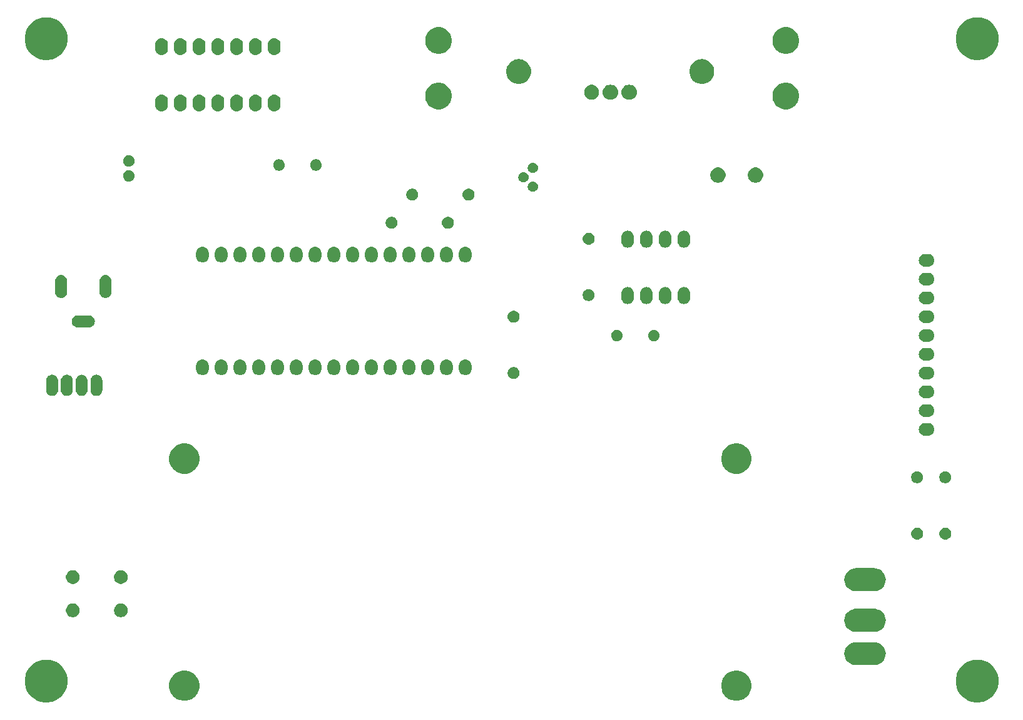
<source format=gbr>
G04 #@! TF.GenerationSoftware,KiCad,Pcbnew,(5.1.4)-1*
G04 #@! TF.CreationDate,2020-07-21T13:34:30-04:00*
G04 #@! TF.ProjectId,DC_LOAD_V01,44435f4c-4f41-4445-9f56-30312e6b6963,V01*
G04 #@! TF.SameCoordinates,Original*
G04 #@! TF.FileFunction,Soldermask,Top*
G04 #@! TF.FilePolarity,Negative*
%FSLAX46Y46*%
G04 Gerber Fmt 4.6, Leading zero omitted, Abs format (unit mm)*
G04 Created by KiCad (PCBNEW (5.1.4)-1) date 2020-07-21 13:34:30*
%MOMM*%
%LPD*%
G04 APERTURE LIST*
%ADD10C,0.100000*%
G04 APERTURE END LIST*
D10*
G36*
X207546279Y-136341858D02*
G01*
X207855899Y-136403445D01*
X208383665Y-136622053D01*
X208858642Y-136939423D01*
X209262577Y-137343358D01*
X209579947Y-137818335D01*
X209749174Y-138226884D01*
X209798555Y-138346102D01*
X209898486Y-138848487D01*
X209910000Y-138906375D01*
X209910000Y-139477625D01*
X209798555Y-140037899D01*
X209579947Y-140565665D01*
X209262577Y-141040642D01*
X208858642Y-141444577D01*
X208383665Y-141761947D01*
X208383664Y-141761948D01*
X208383663Y-141761948D01*
X208229085Y-141825976D01*
X207855899Y-141980555D01*
X207575762Y-142036278D01*
X207295626Y-142092000D01*
X206724374Y-142092000D01*
X206444238Y-142036278D01*
X206164101Y-141980555D01*
X205790915Y-141825976D01*
X205636337Y-141761948D01*
X205636336Y-141761948D01*
X205636335Y-141761947D01*
X205161358Y-141444577D01*
X204757423Y-141040642D01*
X204440053Y-140565665D01*
X204221445Y-140037899D01*
X204110000Y-139477625D01*
X204110000Y-138906375D01*
X204121515Y-138848487D01*
X204221445Y-138346102D01*
X204270827Y-138226884D01*
X204440053Y-137818335D01*
X204757423Y-137343358D01*
X205161358Y-136939423D01*
X205636335Y-136622053D01*
X206164101Y-136403445D01*
X206473721Y-136341858D01*
X206724374Y-136292000D01*
X207295626Y-136292000D01*
X207546279Y-136341858D01*
X207546279Y-136341858D01*
G37*
G36*
X81562279Y-136341858D02*
G01*
X81871899Y-136403445D01*
X82399665Y-136622053D01*
X82874642Y-136939423D01*
X83278577Y-137343358D01*
X83595947Y-137818335D01*
X83765174Y-138226884D01*
X83814555Y-138346102D01*
X83914486Y-138848487D01*
X83926000Y-138906375D01*
X83926000Y-139477625D01*
X83814555Y-140037899D01*
X83595947Y-140565665D01*
X83278577Y-141040642D01*
X82874642Y-141444577D01*
X82399665Y-141761947D01*
X82399664Y-141761948D01*
X82399663Y-141761948D01*
X82245085Y-141825976D01*
X81871899Y-141980555D01*
X81591762Y-142036278D01*
X81311626Y-142092000D01*
X80740374Y-142092000D01*
X80460238Y-142036278D01*
X80180101Y-141980555D01*
X79806915Y-141825976D01*
X79652337Y-141761948D01*
X79652336Y-141761948D01*
X79652335Y-141761947D01*
X79177358Y-141444577D01*
X78773423Y-141040642D01*
X78456053Y-140565665D01*
X78237445Y-140037899D01*
X78126000Y-139477625D01*
X78126000Y-138906375D01*
X78137515Y-138848487D01*
X78237445Y-138346102D01*
X78286827Y-138226884D01*
X78456053Y-137818335D01*
X78773423Y-137343358D01*
X79177358Y-136939423D01*
X79652335Y-136622053D01*
X80180101Y-136403445D01*
X80489721Y-136341858D01*
X80740374Y-136292000D01*
X81311626Y-136292000D01*
X81562279Y-136341858D01*
X81562279Y-136341858D01*
G37*
G36*
X175020254Y-137847818D02*
G01*
X175393511Y-138002426D01*
X175393513Y-138002427D01*
X175729436Y-138226884D01*
X176015116Y-138512564D01*
X176239574Y-138848489D01*
X176394182Y-139221746D01*
X176473000Y-139617993D01*
X176473000Y-140022007D01*
X176394182Y-140418254D01*
X176333123Y-140565663D01*
X176239573Y-140791513D01*
X176015116Y-141127436D01*
X175729436Y-141413116D01*
X175393513Y-141637573D01*
X175393512Y-141637574D01*
X175393511Y-141637574D01*
X175020254Y-141792182D01*
X174624007Y-141871000D01*
X174219993Y-141871000D01*
X173823746Y-141792182D01*
X173450489Y-141637574D01*
X173450488Y-141637574D01*
X173450487Y-141637573D01*
X173114564Y-141413116D01*
X172828884Y-141127436D01*
X172604427Y-140791513D01*
X172510877Y-140565663D01*
X172449818Y-140418254D01*
X172371000Y-140022007D01*
X172371000Y-139617993D01*
X172449818Y-139221746D01*
X172604426Y-138848489D01*
X172828884Y-138512564D01*
X173114564Y-138226884D01*
X173450487Y-138002427D01*
X173450489Y-138002426D01*
X173823746Y-137847818D01*
X174219993Y-137769000D01*
X174624007Y-137769000D01*
X175020254Y-137847818D01*
X175020254Y-137847818D01*
G37*
G36*
X100320254Y-137847818D02*
G01*
X100693511Y-138002426D01*
X100693513Y-138002427D01*
X101029436Y-138226884D01*
X101315116Y-138512564D01*
X101539574Y-138848489D01*
X101694182Y-139221746D01*
X101773000Y-139617993D01*
X101773000Y-140022007D01*
X101694182Y-140418254D01*
X101633123Y-140565663D01*
X101539573Y-140791513D01*
X101315116Y-141127436D01*
X101029436Y-141413116D01*
X100693513Y-141637573D01*
X100693512Y-141637574D01*
X100693511Y-141637574D01*
X100320254Y-141792182D01*
X99924007Y-141871000D01*
X99519993Y-141871000D01*
X99123746Y-141792182D01*
X98750489Y-141637574D01*
X98750488Y-141637574D01*
X98750487Y-141637573D01*
X98414564Y-141413116D01*
X98128884Y-141127436D01*
X97904427Y-140791513D01*
X97810877Y-140565663D01*
X97749818Y-140418254D01*
X97671000Y-140022007D01*
X97671000Y-139617993D01*
X97749818Y-139221746D01*
X97904426Y-138848489D01*
X98128884Y-138512564D01*
X98414564Y-138226884D01*
X98750487Y-138002427D01*
X98750489Y-138002426D01*
X99123746Y-137847818D01*
X99519993Y-137769000D01*
X99924007Y-137769000D01*
X100320254Y-137847818D01*
X100320254Y-137847818D01*
G37*
G36*
X193235643Y-133932481D02*
G01*
X193387549Y-133947442D01*
X193679914Y-134036130D01*
X193679916Y-134036131D01*
X193949358Y-134180150D01*
X194185529Y-134373971D01*
X194379350Y-134610142D01*
X194523369Y-134879584D01*
X194523370Y-134879586D01*
X194612058Y-135171951D01*
X194642004Y-135476000D01*
X194612058Y-135780049D01*
X194523370Y-136072414D01*
X194523369Y-136072416D01*
X194379350Y-136341858D01*
X194185529Y-136578029D01*
X193949358Y-136771850D01*
X193679916Y-136915869D01*
X193679914Y-136915870D01*
X193387549Y-137004558D01*
X193235643Y-137019519D01*
X193159691Y-137027000D01*
X190507309Y-137027000D01*
X190431357Y-137019519D01*
X190279451Y-137004558D01*
X189987086Y-136915870D01*
X189987084Y-136915869D01*
X189717642Y-136771850D01*
X189481471Y-136578029D01*
X189287650Y-136341858D01*
X189143631Y-136072416D01*
X189143630Y-136072414D01*
X189054942Y-135780049D01*
X189024996Y-135476000D01*
X189054942Y-135171951D01*
X189143630Y-134879586D01*
X189143631Y-134879584D01*
X189287650Y-134610142D01*
X189481471Y-134373971D01*
X189717642Y-134180150D01*
X189987084Y-134036131D01*
X189987086Y-134036130D01*
X190279451Y-133947442D01*
X190431357Y-133932481D01*
X190507309Y-133925000D01*
X193159691Y-133925000D01*
X193235643Y-133932481D01*
X193235643Y-133932481D01*
G37*
G36*
X193235643Y-129432481D02*
G01*
X193387549Y-129447442D01*
X193679914Y-129536130D01*
X193679916Y-129536131D01*
X193949358Y-129680150D01*
X194185529Y-129873971D01*
X194379350Y-130110142D01*
X194507701Y-130350271D01*
X194523370Y-130379586D01*
X194612058Y-130671951D01*
X194642004Y-130976000D01*
X194612058Y-131280049D01*
X194523370Y-131572414D01*
X194523369Y-131572416D01*
X194379350Y-131841858D01*
X194185529Y-132078029D01*
X193949358Y-132271850D01*
X193679916Y-132415869D01*
X193679914Y-132415870D01*
X193387549Y-132504558D01*
X193235643Y-132519519D01*
X193159691Y-132527000D01*
X190507309Y-132527000D01*
X190431357Y-132519519D01*
X190279451Y-132504558D01*
X189987086Y-132415870D01*
X189987084Y-132415869D01*
X189717642Y-132271850D01*
X189481471Y-132078029D01*
X189287650Y-131841858D01*
X189143631Y-131572416D01*
X189143630Y-131572414D01*
X189054942Y-131280049D01*
X189024996Y-130976000D01*
X189054942Y-130671951D01*
X189143630Y-130379586D01*
X189159299Y-130350271D01*
X189287650Y-130110142D01*
X189481471Y-129873971D01*
X189717642Y-129680150D01*
X189987084Y-129536131D01*
X189987086Y-129536130D01*
X190279451Y-129447442D01*
X190431357Y-129432481D01*
X190507309Y-129425000D01*
X193159691Y-129425000D01*
X193235643Y-129432481D01*
X193235643Y-129432481D01*
G37*
G36*
X91404104Y-128740585D02*
G01*
X91572626Y-128810389D01*
X91724291Y-128911728D01*
X91853272Y-129040709D01*
X91954611Y-129192374D01*
X92024415Y-129360896D01*
X92060000Y-129539797D01*
X92060000Y-129722203D01*
X92024415Y-129901104D01*
X91954611Y-130069626D01*
X91853272Y-130221291D01*
X91724291Y-130350272D01*
X91572626Y-130451611D01*
X91404104Y-130521415D01*
X91225203Y-130557000D01*
X91042797Y-130557000D01*
X90863896Y-130521415D01*
X90695374Y-130451611D01*
X90543709Y-130350272D01*
X90414728Y-130221291D01*
X90313389Y-130069626D01*
X90243585Y-129901104D01*
X90208000Y-129722203D01*
X90208000Y-129539797D01*
X90243585Y-129360896D01*
X90313389Y-129192374D01*
X90414728Y-129040709D01*
X90543709Y-128911728D01*
X90695374Y-128810389D01*
X90863896Y-128740585D01*
X91042797Y-128705000D01*
X91225203Y-128705000D01*
X91404104Y-128740585D01*
X91404104Y-128740585D01*
G37*
G36*
X84904104Y-128740585D02*
G01*
X85072626Y-128810389D01*
X85224291Y-128911728D01*
X85353272Y-129040709D01*
X85454611Y-129192374D01*
X85524415Y-129360896D01*
X85560000Y-129539797D01*
X85560000Y-129722203D01*
X85524415Y-129901104D01*
X85454611Y-130069626D01*
X85353272Y-130221291D01*
X85224291Y-130350272D01*
X85072626Y-130451611D01*
X84904104Y-130521415D01*
X84725203Y-130557000D01*
X84542797Y-130557000D01*
X84363896Y-130521415D01*
X84195374Y-130451611D01*
X84043709Y-130350272D01*
X83914728Y-130221291D01*
X83813389Y-130069626D01*
X83743585Y-129901104D01*
X83708000Y-129722203D01*
X83708000Y-129539797D01*
X83743585Y-129360896D01*
X83813389Y-129192374D01*
X83914728Y-129040709D01*
X84043709Y-128911728D01*
X84195374Y-128810389D01*
X84363896Y-128740585D01*
X84542797Y-128705000D01*
X84725203Y-128705000D01*
X84904104Y-128740585D01*
X84904104Y-128740585D01*
G37*
G36*
X193235643Y-123932481D02*
G01*
X193387549Y-123947442D01*
X193679914Y-124036130D01*
X193679916Y-124036131D01*
X193949358Y-124180150D01*
X194185529Y-124373971D01*
X194379350Y-124610142D01*
X194423304Y-124692375D01*
X194523370Y-124879586D01*
X194612058Y-125171951D01*
X194642004Y-125476000D01*
X194612058Y-125780049D01*
X194523370Y-126072414D01*
X194523369Y-126072416D01*
X194379350Y-126341858D01*
X194185529Y-126578029D01*
X193949358Y-126771850D01*
X193679916Y-126915869D01*
X193679914Y-126915870D01*
X193387549Y-127004558D01*
X193235643Y-127019519D01*
X193159691Y-127027000D01*
X190507309Y-127027000D01*
X190431357Y-127019519D01*
X190279451Y-127004558D01*
X189987086Y-126915870D01*
X189987084Y-126915869D01*
X189717642Y-126771850D01*
X189481471Y-126578029D01*
X189287650Y-126341858D01*
X189143631Y-126072416D01*
X189143630Y-126072414D01*
X189054942Y-125780049D01*
X189024996Y-125476000D01*
X189054942Y-125171951D01*
X189143630Y-124879586D01*
X189243696Y-124692375D01*
X189287650Y-124610142D01*
X189481471Y-124373971D01*
X189717642Y-124180150D01*
X189987084Y-124036131D01*
X189987086Y-124036130D01*
X190279451Y-123947442D01*
X190431357Y-123932481D01*
X190507309Y-123925000D01*
X193159691Y-123925000D01*
X193235643Y-123932481D01*
X193235643Y-123932481D01*
G37*
G36*
X84904104Y-124240585D02*
G01*
X85072626Y-124310389D01*
X85224291Y-124411728D01*
X85353272Y-124540709D01*
X85454611Y-124692374D01*
X85524415Y-124860896D01*
X85560000Y-125039797D01*
X85560000Y-125222203D01*
X85524415Y-125401104D01*
X85454611Y-125569626D01*
X85353272Y-125721291D01*
X85224291Y-125850272D01*
X85072626Y-125951611D01*
X84904104Y-126021415D01*
X84725203Y-126057000D01*
X84542797Y-126057000D01*
X84363896Y-126021415D01*
X84195374Y-125951611D01*
X84043709Y-125850272D01*
X83914728Y-125721291D01*
X83813389Y-125569626D01*
X83743585Y-125401104D01*
X83708000Y-125222203D01*
X83708000Y-125039797D01*
X83743585Y-124860896D01*
X83813389Y-124692374D01*
X83914728Y-124540709D01*
X84043709Y-124411728D01*
X84195374Y-124310389D01*
X84363896Y-124240585D01*
X84542797Y-124205000D01*
X84725203Y-124205000D01*
X84904104Y-124240585D01*
X84904104Y-124240585D01*
G37*
G36*
X91404104Y-124240585D02*
G01*
X91572626Y-124310389D01*
X91724291Y-124411728D01*
X91853272Y-124540709D01*
X91954611Y-124692374D01*
X92024415Y-124860896D01*
X92060000Y-125039797D01*
X92060000Y-125222203D01*
X92024415Y-125401104D01*
X91954611Y-125569626D01*
X91853272Y-125721291D01*
X91724291Y-125850272D01*
X91572626Y-125951611D01*
X91404104Y-126021415D01*
X91225203Y-126057000D01*
X91042797Y-126057000D01*
X90863896Y-126021415D01*
X90695374Y-125951611D01*
X90543709Y-125850272D01*
X90414728Y-125721291D01*
X90313389Y-125569626D01*
X90243585Y-125401104D01*
X90208000Y-125222203D01*
X90208000Y-125039797D01*
X90243585Y-124860896D01*
X90313389Y-124692374D01*
X90414728Y-124540709D01*
X90543709Y-124411728D01*
X90695374Y-124310389D01*
X90863896Y-124240585D01*
X91042797Y-124205000D01*
X91225203Y-124205000D01*
X91404104Y-124240585D01*
X91404104Y-124240585D01*
G37*
G36*
X198960571Y-118455863D02*
G01*
X199039023Y-118463590D01*
X199139682Y-118494125D01*
X199190013Y-118509392D01*
X199329165Y-118583771D01*
X199451133Y-118683867D01*
X199551229Y-118805835D01*
X199625608Y-118944987D01*
X199625608Y-118944988D01*
X199671410Y-119095977D01*
X199686875Y-119253000D01*
X199671410Y-119410023D01*
X199640875Y-119510682D01*
X199625608Y-119561013D01*
X199551229Y-119700165D01*
X199451133Y-119822133D01*
X199329165Y-119922229D01*
X199190013Y-119996608D01*
X199139682Y-120011875D01*
X199039023Y-120042410D01*
X198960571Y-120050137D01*
X198921346Y-120054000D01*
X198842654Y-120054000D01*
X198803429Y-120050137D01*
X198724977Y-120042410D01*
X198624318Y-120011875D01*
X198573987Y-119996608D01*
X198434835Y-119922229D01*
X198312867Y-119822133D01*
X198212771Y-119700165D01*
X198138392Y-119561013D01*
X198123125Y-119510682D01*
X198092590Y-119410023D01*
X198077125Y-119253000D01*
X198092590Y-119095977D01*
X198138392Y-118944988D01*
X198138392Y-118944987D01*
X198212771Y-118805835D01*
X198312867Y-118683867D01*
X198434835Y-118583771D01*
X198573987Y-118509392D01*
X198624318Y-118494125D01*
X198724977Y-118463590D01*
X198803429Y-118455863D01*
X198842654Y-118452000D01*
X198921346Y-118452000D01*
X198960571Y-118455863D01*
X198960571Y-118455863D01*
G37*
G36*
X202770571Y-118455863D02*
G01*
X202849023Y-118463590D01*
X202949682Y-118494125D01*
X203000013Y-118509392D01*
X203139165Y-118583771D01*
X203261133Y-118683867D01*
X203361229Y-118805835D01*
X203435608Y-118944987D01*
X203435608Y-118944988D01*
X203481410Y-119095977D01*
X203496875Y-119253000D01*
X203481410Y-119410023D01*
X203450875Y-119510682D01*
X203435608Y-119561013D01*
X203361229Y-119700165D01*
X203261133Y-119822133D01*
X203139165Y-119922229D01*
X203000013Y-119996608D01*
X202949682Y-120011875D01*
X202849023Y-120042410D01*
X202770571Y-120050137D01*
X202731346Y-120054000D01*
X202652654Y-120054000D01*
X202613429Y-120050137D01*
X202534977Y-120042410D01*
X202434318Y-120011875D01*
X202383987Y-119996608D01*
X202244835Y-119922229D01*
X202122867Y-119822133D01*
X202022771Y-119700165D01*
X201948392Y-119561013D01*
X201933125Y-119510682D01*
X201902590Y-119410023D01*
X201887125Y-119253000D01*
X201902590Y-119095977D01*
X201948392Y-118944988D01*
X201948392Y-118944987D01*
X202022771Y-118805835D01*
X202122867Y-118683867D01*
X202244835Y-118583771D01*
X202383987Y-118509392D01*
X202434318Y-118494125D01*
X202534977Y-118463590D01*
X202613429Y-118455863D01*
X202652654Y-118452000D01*
X202731346Y-118452000D01*
X202770571Y-118455863D01*
X202770571Y-118455863D01*
G37*
G36*
X199115642Y-110862781D02*
G01*
X199261414Y-110923162D01*
X199261416Y-110923163D01*
X199392608Y-111010822D01*
X199504178Y-111122392D01*
X199591837Y-111253584D01*
X199591838Y-111253586D01*
X199652219Y-111399358D01*
X199683000Y-111554107D01*
X199683000Y-111711893D01*
X199652219Y-111866642D01*
X199591838Y-112012414D01*
X199591837Y-112012416D01*
X199504178Y-112143608D01*
X199392608Y-112255178D01*
X199261416Y-112342837D01*
X199261415Y-112342838D01*
X199261414Y-112342838D01*
X199115642Y-112403219D01*
X198960893Y-112434000D01*
X198803107Y-112434000D01*
X198648358Y-112403219D01*
X198502586Y-112342838D01*
X198502585Y-112342838D01*
X198502584Y-112342837D01*
X198371392Y-112255178D01*
X198259822Y-112143608D01*
X198172163Y-112012416D01*
X198172162Y-112012414D01*
X198111781Y-111866642D01*
X198081000Y-111711893D01*
X198081000Y-111554107D01*
X198111781Y-111399358D01*
X198172162Y-111253586D01*
X198172163Y-111253584D01*
X198259822Y-111122392D01*
X198371392Y-111010822D01*
X198502584Y-110923163D01*
X198502586Y-110923162D01*
X198648358Y-110862781D01*
X198803107Y-110832000D01*
X198960893Y-110832000D01*
X199115642Y-110862781D01*
X199115642Y-110862781D01*
G37*
G36*
X202925642Y-110862781D02*
G01*
X203071414Y-110923162D01*
X203071416Y-110923163D01*
X203202608Y-111010822D01*
X203314178Y-111122392D01*
X203401837Y-111253584D01*
X203401838Y-111253586D01*
X203462219Y-111399358D01*
X203493000Y-111554107D01*
X203493000Y-111711893D01*
X203462219Y-111866642D01*
X203401838Y-112012414D01*
X203401837Y-112012416D01*
X203314178Y-112143608D01*
X203202608Y-112255178D01*
X203071416Y-112342837D01*
X203071415Y-112342838D01*
X203071414Y-112342838D01*
X202925642Y-112403219D01*
X202770893Y-112434000D01*
X202613107Y-112434000D01*
X202458358Y-112403219D01*
X202312586Y-112342838D01*
X202312585Y-112342838D01*
X202312584Y-112342837D01*
X202181392Y-112255178D01*
X202069822Y-112143608D01*
X201982163Y-112012416D01*
X201982162Y-112012414D01*
X201921781Y-111866642D01*
X201891000Y-111711893D01*
X201891000Y-111554107D01*
X201921781Y-111399358D01*
X201982162Y-111253586D01*
X201982163Y-111253584D01*
X202069822Y-111122392D01*
X202181392Y-111010822D01*
X202312584Y-110923163D01*
X202312586Y-110923162D01*
X202458358Y-110862781D01*
X202613107Y-110832000D01*
X202770893Y-110832000D01*
X202925642Y-110862781D01*
X202925642Y-110862781D01*
G37*
G36*
X175020254Y-107147818D02*
G01*
X175393511Y-107302426D01*
X175393513Y-107302427D01*
X175729436Y-107526884D01*
X176015116Y-107812564D01*
X176239574Y-108148489D01*
X176394182Y-108521746D01*
X176473000Y-108917993D01*
X176473000Y-109322007D01*
X176394182Y-109718254D01*
X176239574Y-110091511D01*
X176239573Y-110091513D01*
X176015116Y-110427436D01*
X175729436Y-110713116D01*
X175393513Y-110937573D01*
X175393512Y-110937574D01*
X175393511Y-110937574D01*
X175020254Y-111092182D01*
X174624007Y-111171000D01*
X174219993Y-111171000D01*
X173823746Y-111092182D01*
X173450489Y-110937574D01*
X173450488Y-110937574D01*
X173450487Y-110937573D01*
X173114564Y-110713116D01*
X172828884Y-110427436D01*
X172604427Y-110091513D01*
X172604426Y-110091511D01*
X172449818Y-109718254D01*
X172371000Y-109322007D01*
X172371000Y-108917993D01*
X172449818Y-108521746D01*
X172604426Y-108148489D01*
X172828884Y-107812564D01*
X173114564Y-107526884D01*
X173450487Y-107302427D01*
X173450489Y-107302426D01*
X173823746Y-107147818D01*
X174219993Y-107069000D01*
X174624007Y-107069000D01*
X175020254Y-107147818D01*
X175020254Y-107147818D01*
G37*
G36*
X100320254Y-107147818D02*
G01*
X100693511Y-107302426D01*
X100693513Y-107302427D01*
X101029436Y-107526884D01*
X101315116Y-107812564D01*
X101539574Y-108148489D01*
X101694182Y-108521746D01*
X101773000Y-108917993D01*
X101773000Y-109322007D01*
X101694182Y-109718254D01*
X101539574Y-110091511D01*
X101539573Y-110091513D01*
X101315116Y-110427436D01*
X101029436Y-110713116D01*
X100693513Y-110937573D01*
X100693512Y-110937574D01*
X100693511Y-110937574D01*
X100320254Y-111092182D01*
X99924007Y-111171000D01*
X99519993Y-111171000D01*
X99123746Y-111092182D01*
X98750489Y-110937574D01*
X98750488Y-110937574D01*
X98750487Y-110937573D01*
X98414564Y-110713116D01*
X98128884Y-110427436D01*
X97904427Y-110091513D01*
X97904426Y-110091511D01*
X97749818Y-109718254D01*
X97671000Y-109322007D01*
X97671000Y-108917993D01*
X97749818Y-108521746D01*
X97904426Y-108148489D01*
X98128884Y-107812564D01*
X98414564Y-107526884D01*
X98750487Y-107302427D01*
X98750489Y-107302426D01*
X99123746Y-107147818D01*
X99519993Y-107069000D01*
X99924007Y-107069000D01*
X100320254Y-107147818D01*
X100320254Y-107147818D01*
G37*
G36*
X200518823Y-104317313D02*
G01*
X200679242Y-104365976D01*
X200811906Y-104436886D01*
X200827078Y-104444996D01*
X200956659Y-104551341D01*
X201063004Y-104680922D01*
X201063005Y-104680924D01*
X201142024Y-104828758D01*
X201190687Y-104989177D01*
X201207117Y-105156000D01*
X201190687Y-105322823D01*
X201142024Y-105483242D01*
X201071114Y-105615906D01*
X201063004Y-105631078D01*
X200956659Y-105760659D01*
X200827078Y-105867004D01*
X200827076Y-105867005D01*
X200679242Y-105946024D01*
X200518823Y-105994687D01*
X200393804Y-106007000D01*
X199910196Y-106007000D01*
X199785177Y-105994687D01*
X199624758Y-105946024D01*
X199476924Y-105867005D01*
X199476922Y-105867004D01*
X199347341Y-105760659D01*
X199240996Y-105631078D01*
X199232886Y-105615906D01*
X199161976Y-105483242D01*
X199113313Y-105322823D01*
X199096883Y-105156000D01*
X199113313Y-104989177D01*
X199161976Y-104828758D01*
X199240995Y-104680924D01*
X199240996Y-104680922D01*
X199347341Y-104551341D01*
X199476922Y-104444996D01*
X199492094Y-104436886D01*
X199624758Y-104365976D01*
X199785177Y-104317313D01*
X199910196Y-104305000D01*
X200393804Y-104305000D01*
X200518823Y-104317313D01*
X200518823Y-104317313D01*
G37*
G36*
X200518823Y-101777313D02*
G01*
X200679242Y-101825976D01*
X200811906Y-101896886D01*
X200827078Y-101904996D01*
X200956659Y-102011341D01*
X201063004Y-102140922D01*
X201063005Y-102140924D01*
X201142024Y-102288758D01*
X201190687Y-102449177D01*
X201207117Y-102616000D01*
X201190687Y-102782823D01*
X201142024Y-102943242D01*
X201071114Y-103075906D01*
X201063004Y-103091078D01*
X200956659Y-103220659D01*
X200827078Y-103327004D01*
X200827076Y-103327005D01*
X200679242Y-103406024D01*
X200518823Y-103454687D01*
X200393804Y-103467000D01*
X199910196Y-103467000D01*
X199785177Y-103454687D01*
X199624758Y-103406024D01*
X199476924Y-103327005D01*
X199476922Y-103327004D01*
X199347341Y-103220659D01*
X199240996Y-103091078D01*
X199232886Y-103075906D01*
X199161976Y-102943242D01*
X199113313Y-102782823D01*
X199096883Y-102616000D01*
X199113313Y-102449177D01*
X199161976Y-102288758D01*
X199240995Y-102140924D01*
X199240996Y-102140922D01*
X199347341Y-102011341D01*
X199476922Y-101904996D01*
X199492094Y-101896886D01*
X199624758Y-101825976D01*
X199785177Y-101777313D01*
X199910196Y-101765000D01*
X200393804Y-101765000D01*
X200518823Y-101777313D01*
X200518823Y-101777313D01*
G37*
G36*
X200518823Y-99237313D02*
G01*
X200679242Y-99285976D01*
X200811906Y-99356886D01*
X200827078Y-99364996D01*
X200956659Y-99471341D01*
X201063004Y-99600922D01*
X201063005Y-99600924D01*
X201142024Y-99748758D01*
X201190687Y-99909177D01*
X201207117Y-100076000D01*
X201190687Y-100242823D01*
X201142024Y-100403242D01*
X201096277Y-100488829D01*
X201063004Y-100551078D01*
X200956659Y-100680659D01*
X200827078Y-100787004D01*
X200827076Y-100787005D01*
X200679242Y-100866024D01*
X200518823Y-100914687D01*
X200393804Y-100927000D01*
X199910196Y-100927000D01*
X199785177Y-100914687D01*
X199624758Y-100866024D01*
X199476924Y-100787005D01*
X199476922Y-100787004D01*
X199347341Y-100680659D01*
X199240996Y-100551078D01*
X199207723Y-100488829D01*
X199161976Y-100403242D01*
X199113313Y-100242823D01*
X199096883Y-100076000D01*
X199113313Y-99909177D01*
X199161976Y-99748758D01*
X199240995Y-99600924D01*
X199240996Y-99600922D01*
X199347341Y-99471341D01*
X199476922Y-99364996D01*
X199492094Y-99356886D01*
X199624758Y-99285976D01*
X199785177Y-99237313D01*
X199910196Y-99225000D01*
X200393804Y-99225000D01*
X200518823Y-99237313D01*
X200518823Y-99237313D01*
G37*
G36*
X85979022Y-97780190D02*
G01*
X86079681Y-97810725D01*
X86130012Y-97825992D01*
X86199701Y-97863242D01*
X86269164Y-97900371D01*
X86391133Y-98000467D01*
X86491229Y-98122435D01*
X86565608Y-98261587D01*
X86579146Y-98306218D01*
X86611410Y-98412577D01*
X86623000Y-98530255D01*
X86623000Y-99858945D01*
X86611410Y-99976623D01*
X86581264Y-100076000D01*
X86565608Y-100127613D01*
X86491229Y-100266765D01*
X86391133Y-100388733D01*
X86269165Y-100488829D01*
X86130013Y-100563208D01*
X86079682Y-100578475D01*
X85979023Y-100609010D01*
X85822000Y-100624475D01*
X85664978Y-100609010D01*
X85564319Y-100578475D01*
X85513988Y-100563208D01*
X85374836Y-100488829D01*
X85252868Y-100388733D01*
X85152772Y-100266765D01*
X85078393Y-100127613D01*
X85062737Y-100076000D01*
X85032591Y-99976623D01*
X85021001Y-99858945D01*
X85021000Y-98530256D01*
X85032590Y-98412578D01*
X85078392Y-98261589D01*
X85078392Y-98261588D01*
X85152771Y-98122436D01*
X85215001Y-98046608D01*
X85252867Y-98000467D01*
X85374835Y-97900371D01*
X85444298Y-97863242D01*
X85513987Y-97825992D01*
X85564318Y-97810725D01*
X85664977Y-97780190D01*
X85822000Y-97764725D01*
X85979022Y-97780190D01*
X85979022Y-97780190D01*
G37*
G36*
X81979022Y-97780190D02*
G01*
X82079681Y-97810725D01*
X82130012Y-97825992D01*
X82199701Y-97863242D01*
X82269164Y-97900371D01*
X82391133Y-98000467D01*
X82491229Y-98122435D01*
X82565608Y-98261587D01*
X82579146Y-98306218D01*
X82611410Y-98412577D01*
X82623000Y-98530255D01*
X82623000Y-99858945D01*
X82611410Y-99976623D01*
X82581264Y-100076000D01*
X82565608Y-100127613D01*
X82491229Y-100266765D01*
X82391133Y-100388733D01*
X82269165Y-100488829D01*
X82130013Y-100563208D01*
X82079682Y-100578475D01*
X81979023Y-100609010D01*
X81822000Y-100624475D01*
X81664978Y-100609010D01*
X81564319Y-100578475D01*
X81513988Y-100563208D01*
X81374836Y-100488829D01*
X81252868Y-100388733D01*
X81152772Y-100266765D01*
X81078393Y-100127613D01*
X81062737Y-100076000D01*
X81032591Y-99976623D01*
X81021001Y-99858945D01*
X81021000Y-98530256D01*
X81032590Y-98412578D01*
X81078392Y-98261589D01*
X81078392Y-98261588D01*
X81152771Y-98122436D01*
X81215001Y-98046608D01*
X81252867Y-98000467D01*
X81374835Y-97900371D01*
X81444298Y-97863242D01*
X81513987Y-97825992D01*
X81564318Y-97810725D01*
X81664977Y-97780190D01*
X81822000Y-97764725D01*
X81979022Y-97780190D01*
X81979022Y-97780190D01*
G37*
G36*
X87979022Y-97780190D02*
G01*
X88079681Y-97810725D01*
X88130012Y-97825992D01*
X88199701Y-97863242D01*
X88269164Y-97900371D01*
X88391133Y-98000467D01*
X88491229Y-98122435D01*
X88565608Y-98261587D01*
X88579146Y-98306218D01*
X88611410Y-98412577D01*
X88623000Y-98530255D01*
X88623000Y-99858945D01*
X88611410Y-99976623D01*
X88581264Y-100076000D01*
X88565608Y-100127613D01*
X88491229Y-100266765D01*
X88391133Y-100388733D01*
X88269165Y-100488829D01*
X88130013Y-100563208D01*
X88079682Y-100578475D01*
X87979023Y-100609010D01*
X87822000Y-100624475D01*
X87664978Y-100609010D01*
X87564319Y-100578475D01*
X87513988Y-100563208D01*
X87374836Y-100488829D01*
X87252868Y-100388733D01*
X87152772Y-100266765D01*
X87078393Y-100127613D01*
X87062737Y-100076000D01*
X87032591Y-99976623D01*
X87021001Y-99858945D01*
X87021000Y-98530256D01*
X87032590Y-98412578D01*
X87078392Y-98261589D01*
X87078392Y-98261588D01*
X87152771Y-98122436D01*
X87215001Y-98046608D01*
X87252867Y-98000467D01*
X87374835Y-97900371D01*
X87444298Y-97863242D01*
X87513987Y-97825992D01*
X87564318Y-97810725D01*
X87664977Y-97780190D01*
X87822000Y-97764725D01*
X87979022Y-97780190D01*
X87979022Y-97780190D01*
G37*
G36*
X83979022Y-97780190D02*
G01*
X84079681Y-97810725D01*
X84130012Y-97825992D01*
X84199701Y-97863242D01*
X84269164Y-97900371D01*
X84391133Y-98000467D01*
X84491229Y-98122435D01*
X84565608Y-98261587D01*
X84579146Y-98306218D01*
X84611410Y-98412577D01*
X84623000Y-98530255D01*
X84623000Y-99858945D01*
X84611410Y-99976623D01*
X84581264Y-100076000D01*
X84565608Y-100127613D01*
X84491229Y-100266765D01*
X84391133Y-100388733D01*
X84269165Y-100488829D01*
X84130013Y-100563208D01*
X84079682Y-100578475D01*
X83979023Y-100609010D01*
X83822000Y-100624475D01*
X83664978Y-100609010D01*
X83564319Y-100578475D01*
X83513988Y-100563208D01*
X83374836Y-100488829D01*
X83252868Y-100388733D01*
X83152772Y-100266765D01*
X83078393Y-100127613D01*
X83062737Y-100076000D01*
X83032591Y-99976623D01*
X83021001Y-99858945D01*
X83021000Y-98530256D01*
X83032590Y-98412578D01*
X83078392Y-98261589D01*
X83078392Y-98261588D01*
X83152771Y-98122436D01*
X83215001Y-98046608D01*
X83252867Y-98000467D01*
X83374835Y-97900371D01*
X83444298Y-97863242D01*
X83513987Y-97825992D01*
X83564318Y-97810725D01*
X83664977Y-97780190D01*
X83822000Y-97764725D01*
X83979022Y-97780190D01*
X83979022Y-97780190D01*
G37*
G36*
X200518823Y-96697313D02*
G01*
X200679242Y-96745976D01*
X200716296Y-96765782D01*
X200827078Y-96824996D01*
X200956659Y-96931341D01*
X201063004Y-97060922D01*
X201063005Y-97060924D01*
X201142024Y-97208758D01*
X201190687Y-97369177D01*
X201207117Y-97536000D01*
X201190687Y-97702823D01*
X201142024Y-97863242D01*
X201122178Y-97900371D01*
X201063004Y-98011078D01*
X200956659Y-98140659D01*
X200827078Y-98247004D01*
X200827076Y-98247005D01*
X200679242Y-98326024D01*
X200518823Y-98374687D01*
X200393804Y-98387000D01*
X199910196Y-98387000D01*
X199785177Y-98374687D01*
X199624758Y-98326024D01*
X199476924Y-98247005D01*
X199476922Y-98247004D01*
X199347341Y-98140659D01*
X199240996Y-98011078D01*
X199181822Y-97900371D01*
X199161976Y-97863242D01*
X199113313Y-97702823D01*
X199096883Y-97536000D01*
X199113313Y-97369177D01*
X199161976Y-97208758D01*
X199240995Y-97060924D01*
X199240996Y-97060922D01*
X199347341Y-96931341D01*
X199476922Y-96824996D01*
X199587704Y-96765782D01*
X199624758Y-96745976D01*
X199785177Y-96697313D01*
X199910196Y-96685000D01*
X200393804Y-96685000D01*
X200518823Y-96697313D01*
X200518823Y-96697313D01*
G37*
G36*
X144505642Y-96765781D02*
G01*
X144648599Y-96824996D01*
X144651416Y-96826163D01*
X144782608Y-96913822D01*
X144894178Y-97025392D01*
X144971307Y-97140825D01*
X144981838Y-97156586D01*
X145042219Y-97302358D01*
X145073000Y-97457107D01*
X145073000Y-97614893D01*
X145042219Y-97769642D01*
X145003448Y-97863242D01*
X144981837Y-97915416D01*
X144894178Y-98046608D01*
X144782608Y-98158178D01*
X144651416Y-98245837D01*
X144651415Y-98245838D01*
X144651414Y-98245838D01*
X144505642Y-98306219D01*
X144350893Y-98337000D01*
X144193107Y-98337000D01*
X144038358Y-98306219D01*
X143892586Y-98245838D01*
X143892585Y-98245838D01*
X143892584Y-98245837D01*
X143761392Y-98158178D01*
X143649822Y-98046608D01*
X143562163Y-97915416D01*
X143540552Y-97863242D01*
X143501781Y-97769642D01*
X143471000Y-97614893D01*
X143471000Y-97457107D01*
X143501781Y-97302358D01*
X143562162Y-97156586D01*
X143572693Y-97140825D01*
X143649822Y-97025392D01*
X143761392Y-96913822D01*
X143892584Y-96826163D01*
X143895401Y-96824996D01*
X144038358Y-96765781D01*
X144193107Y-96735000D01*
X144350893Y-96735000D01*
X144505642Y-96765781D01*
X144505642Y-96765781D01*
G37*
G36*
X102338323Y-95735313D02*
G01*
X102498742Y-95783976D01*
X102616651Y-95847000D01*
X102646578Y-95862996D01*
X102776159Y-95969341D01*
X102882504Y-96098922D01*
X102882505Y-96098924D01*
X102961524Y-96246758D01*
X103010187Y-96407178D01*
X103022500Y-96532197D01*
X103022500Y-97015804D01*
X103010187Y-97140823D01*
X102961524Y-97301242D01*
X102960927Y-97302358D01*
X102882504Y-97449078D01*
X102776159Y-97578659D01*
X102646577Y-97685005D01*
X102498741Y-97764024D01*
X102338322Y-97812687D01*
X102171500Y-97829117D01*
X102004677Y-97812687D01*
X101844258Y-97764024D01*
X101696424Y-97685005D01*
X101696422Y-97685004D01*
X101566841Y-97578659D01*
X101460495Y-97449077D01*
X101381476Y-97301241D01*
X101332813Y-97140822D01*
X101320500Y-97015803D01*
X101320500Y-96532196D01*
X101332813Y-96407177D01*
X101381476Y-96246758D01*
X101460495Y-96098924D01*
X101460496Y-96098922D01*
X101566842Y-95969341D01*
X101696423Y-95862996D01*
X101726350Y-95847000D01*
X101844259Y-95783976D01*
X102004678Y-95735313D01*
X102171500Y-95718883D01*
X102338323Y-95735313D01*
X102338323Y-95735313D01*
G37*
G36*
X107418323Y-95735313D02*
G01*
X107578742Y-95783976D01*
X107696651Y-95847000D01*
X107726578Y-95862996D01*
X107856159Y-95969341D01*
X107962504Y-96098922D01*
X107962505Y-96098924D01*
X108041524Y-96246758D01*
X108090187Y-96407178D01*
X108102500Y-96532197D01*
X108102500Y-97015804D01*
X108090187Y-97140823D01*
X108041524Y-97301242D01*
X108040927Y-97302358D01*
X107962504Y-97449078D01*
X107856159Y-97578659D01*
X107726577Y-97685005D01*
X107578741Y-97764024D01*
X107418322Y-97812687D01*
X107251500Y-97829117D01*
X107084677Y-97812687D01*
X106924258Y-97764024D01*
X106776424Y-97685005D01*
X106776422Y-97685004D01*
X106646841Y-97578659D01*
X106540495Y-97449077D01*
X106461476Y-97301241D01*
X106412813Y-97140822D01*
X106400500Y-97015803D01*
X106400500Y-96532196D01*
X106412813Y-96407177D01*
X106461476Y-96246758D01*
X106540495Y-96098924D01*
X106540496Y-96098922D01*
X106646842Y-95969341D01*
X106776423Y-95862996D01*
X106806350Y-95847000D01*
X106924259Y-95783976D01*
X107084678Y-95735313D01*
X107251500Y-95718883D01*
X107418323Y-95735313D01*
X107418323Y-95735313D01*
G37*
G36*
X109958323Y-95735313D02*
G01*
X110118742Y-95783976D01*
X110236651Y-95847000D01*
X110266578Y-95862996D01*
X110396159Y-95969341D01*
X110502504Y-96098922D01*
X110502505Y-96098924D01*
X110581524Y-96246758D01*
X110630187Y-96407178D01*
X110642500Y-96532197D01*
X110642500Y-97015804D01*
X110630187Y-97140823D01*
X110581524Y-97301242D01*
X110580927Y-97302358D01*
X110502504Y-97449078D01*
X110396159Y-97578659D01*
X110266577Y-97685005D01*
X110118741Y-97764024D01*
X109958322Y-97812687D01*
X109791500Y-97829117D01*
X109624677Y-97812687D01*
X109464258Y-97764024D01*
X109316424Y-97685005D01*
X109316422Y-97685004D01*
X109186841Y-97578659D01*
X109080495Y-97449077D01*
X109001476Y-97301241D01*
X108952813Y-97140822D01*
X108940500Y-97015803D01*
X108940500Y-96532196D01*
X108952813Y-96407177D01*
X109001476Y-96246758D01*
X109080495Y-96098924D01*
X109080496Y-96098922D01*
X109186842Y-95969341D01*
X109316423Y-95862996D01*
X109346350Y-95847000D01*
X109464259Y-95783976D01*
X109624678Y-95735313D01*
X109791500Y-95718883D01*
X109958323Y-95735313D01*
X109958323Y-95735313D01*
G37*
G36*
X112498323Y-95735313D02*
G01*
X112658742Y-95783976D01*
X112776651Y-95847000D01*
X112806578Y-95862996D01*
X112936159Y-95969341D01*
X113042504Y-96098922D01*
X113042505Y-96098924D01*
X113121524Y-96246758D01*
X113170187Y-96407178D01*
X113182500Y-96532197D01*
X113182500Y-97015804D01*
X113170187Y-97140823D01*
X113121524Y-97301242D01*
X113120927Y-97302358D01*
X113042504Y-97449078D01*
X112936159Y-97578659D01*
X112806577Y-97685005D01*
X112658741Y-97764024D01*
X112498322Y-97812687D01*
X112331500Y-97829117D01*
X112164677Y-97812687D01*
X112004258Y-97764024D01*
X111856424Y-97685005D01*
X111856422Y-97685004D01*
X111726841Y-97578659D01*
X111620495Y-97449077D01*
X111541476Y-97301241D01*
X111492813Y-97140822D01*
X111480500Y-97015803D01*
X111480500Y-96532196D01*
X111492813Y-96407177D01*
X111541476Y-96246758D01*
X111620495Y-96098924D01*
X111620496Y-96098922D01*
X111726842Y-95969341D01*
X111856423Y-95862996D01*
X111886350Y-95847000D01*
X112004259Y-95783976D01*
X112164678Y-95735313D01*
X112331500Y-95718883D01*
X112498323Y-95735313D01*
X112498323Y-95735313D01*
G37*
G36*
X115038323Y-95735313D02*
G01*
X115198742Y-95783976D01*
X115316651Y-95847000D01*
X115346578Y-95862996D01*
X115476159Y-95969341D01*
X115582504Y-96098922D01*
X115582505Y-96098924D01*
X115661524Y-96246758D01*
X115710187Y-96407178D01*
X115722500Y-96532197D01*
X115722500Y-97015804D01*
X115710187Y-97140823D01*
X115661524Y-97301242D01*
X115660927Y-97302358D01*
X115582504Y-97449078D01*
X115476159Y-97578659D01*
X115346577Y-97685005D01*
X115198741Y-97764024D01*
X115038322Y-97812687D01*
X114871500Y-97829117D01*
X114704677Y-97812687D01*
X114544258Y-97764024D01*
X114396424Y-97685005D01*
X114396422Y-97685004D01*
X114266841Y-97578659D01*
X114160495Y-97449077D01*
X114081476Y-97301241D01*
X114032813Y-97140822D01*
X114020500Y-97015803D01*
X114020500Y-96532196D01*
X114032813Y-96407177D01*
X114081476Y-96246758D01*
X114160495Y-96098924D01*
X114160496Y-96098922D01*
X114266842Y-95969341D01*
X114396423Y-95862996D01*
X114426350Y-95847000D01*
X114544259Y-95783976D01*
X114704678Y-95735313D01*
X114871500Y-95718883D01*
X115038323Y-95735313D01*
X115038323Y-95735313D01*
G37*
G36*
X122658323Y-95735313D02*
G01*
X122818742Y-95783976D01*
X122936651Y-95847000D01*
X122966578Y-95862996D01*
X123096159Y-95969341D01*
X123202504Y-96098922D01*
X123202505Y-96098924D01*
X123281524Y-96246758D01*
X123330187Y-96407178D01*
X123342500Y-96532197D01*
X123342500Y-97015804D01*
X123330187Y-97140823D01*
X123281524Y-97301242D01*
X123280927Y-97302358D01*
X123202504Y-97449078D01*
X123096159Y-97578659D01*
X122966577Y-97685005D01*
X122818741Y-97764024D01*
X122658322Y-97812687D01*
X122491500Y-97829117D01*
X122324677Y-97812687D01*
X122164258Y-97764024D01*
X122016424Y-97685005D01*
X122016422Y-97685004D01*
X121886841Y-97578659D01*
X121780495Y-97449077D01*
X121701476Y-97301241D01*
X121652813Y-97140822D01*
X121640500Y-97015803D01*
X121640500Y-96532196D01*
X121652813Y-96407177D01*
X121701476Y-96246758D01*
X121780495Y-96098924D01*
X121780496Y-96098922D01*
X121886842Y-95969341D01*
X122016423Y-95862996D01*
X122046350Y-95847000D01*
X122164259Y-95783976D01*
X122324678Y-95735313D01*
X122491500Y-95718883D01*
X122658323Y-95735313D01*
X122658323Y-95735313D01*
G37*
G36*
X117578323Y-95735313D02*
G01*
X117738742Y-95783976D01*
X117856651Y-95847000D01*
X117886578Y-95862996D01*
X118016159Y-95969341D01*
X118122504Y-96098922D01*
X118122505Y-96098924D01*
X118201524Y-96246758D01*
X118250187Y-96407178D01*
X118262500Y-96532197D01*
X118262500Y-97015804D01*
X118250187Y-97140823D01*
X118201524Y-97301242D01*
X118200927Y-97302358D01*
X118122504Y-97449078D01*
X118016159Y-97578659D01*
X117886577Y-97685005D01*
X117738741Y-97764024D01*
X117578322Y-97812687D01*
X117411500Y-97829117D01*
X117244677Y-97812687D01*
X117084258Y-97764024D01*
X116936424Y-97685005D01*
X116936422Y-97685004D01*
X116806841Y-97578659D01*
X116700495Y-97449077D01*
X116621476Y-97301241D01*
X116572813Y-97140822D01*
X116560500Y-97015803D01*
X116560500Y-96532196D01*
X116572813Y-96407177D01*
X116621476Y-96246758D01*
X116700495Y-96098924D01*
X116700496Y-96098922D01*
X116806842Y-95969341D01*
X116936423Y-95862996D01*
X116966350Y-95847000D01*
X117084259Y-95783976D01*
X117244678Y-95735313D01*
X117411500Y-95718883D01*
X117578323Y-95735313D01*
X117578323Y-95735313D01*
G37*
G36*
X120118323Y-95735313D02*
G01*
X120278742Y-95783976D01*
X120396651Y-95847000D01*
X120426578Y-95862996D01*
X120556159Y-95969341D01*
X120662504Y-96098922D01*
X120662505Y-96098924D01*
X120741524Y-96246758D01*
X120790187Y-96407178D01*
X120802500Y-96532197D01*
X120802500Y-97015804D01*
X120790187Y-97140823D01*
X120741524Y-97301242D01*
X120740927Y-97302358D01*
X120662504Y-97449078D01*
X120556159Y-97578659D01*
X120426577Y-97685005D01*
X120278741Y-97764024D01*
X120118322Y-97812687D01*
X119951500Y-97829117D01*
X119784677Y-97812687D01*
X119624258Y-97764024D01*
X119476424Y-97685005D01*
X119476422Y-97685004D01*
X119346841Y-97578659D01*
X119240495Y-97449077D01*
X119161476Y-97301241D01*
X119112813Y-97140822D01*
X119100500Y-97015803D01*
X119100500Y-96532196D01*
X119112813Y-96407177D01*
X119161476Y-96246758D01*
X119240495Y-96098924D01*
X119240496Y-96098922D01*
X119346842Y-95969341D01*
X119476423Y-95862996D01*
X119506350Y-95847000D01*
X119624259Y-95783976D01*
X119784678Y-95735313D01*
X119951500Y-95718883D01*
X120118323Y-95735313D01*
X120118323Y-95735313D01*
G37*
G36*
X135358323Y-95735313D02*
G01*
X135518742Y-95783976D01*
X135636651Y-95847000D01*
X135666578Y-95862996D01*
X135796159Y-95969341D01*
X135902504Y-96098922D01*
X135902505Y-96098924D01*
X135981524Y-96246758D01*
X136030187Y-96407178D01*
X136042500Y-96532197D01*
X136042500Y-97015804D01*
X136030187Y-97140823D01*
X135981524Y-97301242D01*
X135980927Y-97302358D01*
X135902504Y-97449078D01*
X135796159Y-97578659D01*
X135666577Y-97685005D01*
X135518741Y-97764024D01*
X135358322Y-97812687D01*
X135191500Y-97829117D01*
X135024677Y-97812687D01*
X134864258Y-97764024D01*
X134716424Y-97685005D01*
X134716422Y-97685004D01*
X134586841Y-97578659D01*
X134480495Y-97449077D01*
X134401476Y-97301241D01*
X134352813Y-97140822D01*
X134340500Y-97015803D01*
X134340500Y-96532196D01*
X134352813Y-96407177D01*
X134401476Y-96246758D01*
X134480495Y-96098924D01*
X134480496Y-96098922D01*
X134586842Y-95969341D01*
X134716423Y-95862996D01*
X134746350Y-95847000D01*
X134864259Y-95783976D01*
X135024678Y-95735313D01*
X135191500Y-95718883D01*
X135358323Y-95735313D01*
X135358323Y-95735313D01*
G37*
G36*
X137898323Y-95735313D02*
G01*
X138058742Y-95783976D01*
X138176651Y-95847000D01*
X138206578Y-95862996D01*
X138336159Y-95969341D01*
X138442504Y-96098922D01*
X138442505Y-96098924D01*
X138521524Y-96246758D01*
X138570187Y-96407178D01*
X138582500Y-96532197D01*
X138582500Y-97015804D01*
X138570187Y-97140823D01*
X138521524Y-97301242D01*
X138520927Y-97302358D01*
X138442504Y-97449078D01*
X138336159Y-97578659D01*
X138206577Y-97685005D01*
X138058741Y-97764024D01*
X137898322Y-97812687D01*
X137731500Y-97829117D01*
X137564677Y-97812687D01*
X137404258Y-97764024D01*
X137256424Y-97685005D01*
X137256422Y-97685004D01*
X137126841Y-97578659D01*
X137020495Y-97449077D01*
X136941476Y-97301241D01*
X136892813Y-97140822D01*
X136880500Y-97015803D01*
X136880500Y-96532196D01*
X136892813Y-96407177D01*
X136941476Y-96246758D01*
X137020495Y-96098924D01*
X137020496Y-96098922D01*
X137126842Y-95969341D01*
X137256423Y-95862996D01*
X137286350Y-95847000D01*
X137404259Y-95783976D01*
X137564678Y-95735313D01*
X137731500Y-95718883D01*
X137898323Y-95735313D01*
X137898323Y-95735313D01*
G37*
G36*
X132818323Y-95735313D02*
G01*
X132978742Y-95783976D01*
X133096651Y-95847000D01*
X133126578Y-95862996D01*
X133256159Y-95969341D01*
X133362504Y-96098922D01*
X133362505Y-96098924D01*
X133441524Y-96246758D01*
X133490187Y-96407178D01*
X133502500Y-96532197D01*
X133502500Y-97015804D01*
X133490187Y-97140823D01*
X133441524Y-97301242D01*
X133440927Y-97302358D01*
X133362504Y-97449078D01*
X133256159Y-97578659D01*
X133126577Y-97685005D01*
X132978741Y-97764024D01*
X132818322Y-97812687D01*
X132651500Y-97829117D01*
X132484677Y-97812687D01*
X132324258Y-97764024D01*
X132176424Y-97685005D01*
X132176422Y-97685004D01*
X132046841Y-97578659D01*
X131940495Y-97449077D01*
X131861476Y-97301241D01*
X131812813Y-97140822D01*
X131800500Y-97015803D01*
X131800500Y-96532196D01*
X131812813Y-96407177D01*
X131861476Y-96246758D01*
X131940495Y-96098924D01*
X131940496Y-96098922D01*
X132046842Y-95969341D01*
X132176423Y-95862996D01*
X132206350Y-95847000D01*
X132324259Y-95783976D01*
X132484678Y-95735313D01*
X132651500Y-95718883D01*
X132818323Y-95735313D01*
X132818323Y-95735313D01*
G37*
G36*
X130278323Y-95735313D02*
G01*
X130438742Y-95783976D01*
X130556651Y-95847000D01*
X130586578Y-95862996D01*
X130716159Y-95969341D01*
X130822504Y-96098922D01*
X130822505Y-96098924D01*
X130901524Y-96246758D01*
X130950187Y-96407178D01*
X130962500Y-96532197D01*
X130962500Y-97015804D01*
X130950187Y-97140823D01*
X130901524Y-97301242D01*
X130900927Y-97302358D01*
X130822504Y-97449078D01*
X130716159Y-97578659D01*
X130586577Y-97685005D01*
X130438741Y-97764024D01*
X130278322Y-97812687D01*
X130111500Y-97829117D01*
X129944677Y-97812687D01*
X129784258Y-97764024D01*
X129636424Y-97685005D01*
X129636422Y-97685004D01*
X129506841Y-97578659D01*
X129400495Y-97449077D01*
X129321476Y-97301241D01*
X129272813Y-97140822D01*
X129260500Y-97015803D01*
X129260500Y-96532196D01*
X129272813Y-96407177D01*
X129321476Y-96246758D01*
X129400495Y-96098924D01*
X129400496Y-96098922D01*
X129506842Y-95969341D01*
X129636423Y-95862996D01*
X129666350Y-95847000D01*
X129784259Y-95783976D01*
X129944678Y-95735313D01*
X130111500Y-95718883D01*
X130278323Y-95735313D01*
X130278323Y-95735313D01*
G37*
G36*
X127738323Y-95735313D02*
G01*
X127898742Y-95783976D01*
X128016651Y-95847000D01*
X128046578Y-95862996D01*
X128176159Y-95969341D01*
X128282504Y-96098922D01*
X128282505Y-96098924D01*
X128361524Y-96246758D01*
X128410187Y-96407178D01*
X128422500Y-96532197D01*
X128422500Y-97015804D01*
X128410187Y-97140823D01*
X128361524Y-97301242D01*
X128360927Y-97302358D01*
X128282504Y-97449078D01*
X128176159Y-97578659D01*
X128046577Y-97685005D01*
X127898741Y-97764024D01*
X127738322Y-97812687D01*
X127571500Y-97829117D01*
X127404677Y-97812687D01*
X127244258Y-97764024D01*
X127096424Y-97685005D01*
X127096422Y-97685004D01*
X126966841Y-97578659D01*
X126860495Y-97449077D01*
X126781476Y-97301241D01*
X126732813Y-97140822D01*
X126720500Y-97015803D01*
X126720500Y-96532196D01*
X126732813Y-96407177D01*
X126781476Y-96246758D01*
X126860495Y-96098924D01*
X126860496Y-96098922D01*
X126966842Y-95969341D01*
X127096423Y-95862996D01*
X127126350Y-95847000D01*
X127244259Y-95783976D01*
X127404678Y-95735313D01*
X127571500Y-95718883D01*
X127738323Y-95735313D01*
X127738323Y-95735313D01*
G37*
G36*
X104878323Y-95735313D02*
G01*
X105038742Y-95783976D01*
X105156651Y-95847000D01*
X105186578Y-95862996D01*
X105316159Y-95969341D01*
X105422504Y-96098922D01*
X105422505Y-96098924D01*
X105501524Y-96246758D01*
X105550187Y-96407178D01*
X105562500Y-96532197D01*
X105562500Y-97015804D01*
X105550187Y-97140823D01*
X105501524Y-97301242D01*
X105500927Y-97302358D01*
X105422504Y-97449078D01*
X105316159Y-97578659D01*
X105186577Y-97685005D01*
X105038741Y-97764024D01*
X104878322Y-97812687D01*
X104711500Y-97829117D01*
X104544677Y-97812687D01*
X104384258Y-97764024D01*
X104236424Y-97685005D01*
X104236422Y-97685004D01*
X104106841Y-97578659D01*
X104000495Y-97449077D01*
X103921476Y-97301241D01*
X103872813Y-97140822D01*
X103860500Y-97015803D01*
X103860500Y-96532196D01*
X103872813Y-96407177D01*
X103921476Y-96246758D01*
X104000495Y-96098924D01*
X104000496Y-96098922D01*
X104106842Y-95969341D01*
X104236423Y-95862996D01*
X104266350Y-95847000D01*
X104384259Y-95783976D01*
X104544678Y-95735313D01*
X104711500Y-95718883D01*
X104878323Y-95735313D01*
X104878323Y-95735313D01*
G37*
G36*
X125198323Y-95735313D02*
G01*
X125358742Y-95783976D01*
X125476651Y-95847000D01*
X125506578Y-95862996D01*
X125636159Y-95969341D01*
X125742504Y-96098922D01*
X125742505Y-96098924D01*
X125821524Y-96246758D01*
X125870187Y-96407178D01*
X125882500Y-96532197D01*
X125882500Y-97015804D01*
X125870187Y-97140823D01*
X125821524Y-97301242D01*
X125820927Y-97302358D01*
X125742504Y-97449078D01*
X125636159Y-97578659D01*
X125506577Y-97685005D01*
X125358741Y-97764024D01*
X125198322Y-97812687D01*
X125031500Y-97829117D01*
X124864677Y-97812687D01*
X124704258Y-97764024D01*
X124556424Y-97685005D01*
X124556422Y-97685004D01*
X124426841Y-97578659D01*
X124320495Y-97449077D01*
X124241476Y-97301241D01*
X124192813Y-97140822D01*
X124180500Y-97015803D01*
X124180500Y-96532196D01*
X124192813Y-96407177D01*
X124241476Y-96246758D01*
X124320495Y-96098924D01*
X124320496Y-96098922D01*
X124426842Y-95969341D01*
X124556423Y-95862996D01*
X124586350Y-95847000D01*
X124704259Y-95783976D01*
X124864678Y-95735313D01*
X125031500Y-95718883D01*
X125198323Y-95735313D01*
X125198323Y-95735313D01*
G37*
G36*
X200518823Y-94157313D02*
G01*
X200679242Y-94205976D01*
X200811906Y-94276886D01*
X200827078Y-94284996D01*
X200956659Y-94391341D01*
X201063004Y-94520922D01*
X201063005Y-94520924D01*
X201142024Y-94668758D01*
X201190687Y-94829177D01*
X201207117Y-94996000D01*
X201190687Y-95162823D01*
X201142024Y-95323242D01*
X201071114Y-95455906D01*
X201063004Y-95471078D01*
X200956659Y-95600659D01*
X200827078Y-95707004D01*
X200827076Y-95707005D01*
X200679242Y-95786024D01*
X200518823Y-95834687D01*
X200393804Y-95847000D01*
X199910196Y-95847000D01*
X199785177Y-95834687D01*
X199624758Y-95786024D01*
X199476924Y-95707005D01*
X199476922Y-95707004D01*
X199347341Y-95600659D01*
X199240996Y-95471078D01*
X199232886Y-95455906D01*
X199161976Y-95323242D01*
X199113313Y-95162823D01*
X199096883Y-94996000D01*
X199113313Y-94829177D01*
X199161976Y-94668758D01*
X199240995Y-94520924D01*
X199240996Y-94520922D01*
X199347341Y-94391341D01*
X199476922Y-94284996D01*
X199492094Y-94276886D01*
X199624758Y-94205976D01*
X199785177Y-94157313D01*
X199910196Y-94145000D01*
X200393804Y-94145000D01*
X200518823Y-94157313D01*
X200518823Y-94157313D01*
G37*
G36*
X200518823Y-91617313D02*
G01*
X200679242Y-91665976D01*
X200761268Y-91709820D01*
X200827078Y-91744996D01*
X200956659Y-91851341D01*
X201063004Y-91980922D01*
X201063005Y-91980924D01*
X201142024Y-92128758D01*
X201190687Y-92289177D01*
X201207117Y-92456000D01*
X201190687Y-92622823D01*
X201142024Y-92783242D01*
X201120466Y-92823574D01*
X201063004Y-92931078D01*
X200956659Y-93060659D01*
X200827078Y-93167004D01*
X200827076Y-93167005D01*
X200679242Y-93246024D01*
X200518823Y-93294687D01*
X200393804Y-93307000D01*
X199910196Y-93307000D01*
X199785177Y-93294687D01*
X199624758Y-93246024D01*
X199476924Y-93167005D01*
X199476922Y-93167004D01*
X199347341Y-93060659D01*
X199240996Y-92931078D01*
X199183534Y-92823574D01*
X199161976Y-92783242D01*
X199113313Y-92622823D01*
X199096883Y-92456000D01*
X199113313Y-92289177D01*
X199161976Y-92128758D01*
X199240995Y-91980924D01*
X199240996Y-91980922D01*
X199347341Y-91851341D01*
X199476922Y-91744996D01*
X199542732Y-91709820D01*
X199624758Y-91665976D01*
X199785177Y-91617313D01*
X199910196Y-91605000D01*
X200393804Y-91605000D01*
X200518823Y-91617313D01*
X200518823Y-91617313D01*
G37*
G36*
X158468348Y-91709820D02*
G01*
X158468350Y-91709821D01*
X158468351Y-91709821D01*
X158609574Y-91768317D01*
X158609577Y-91768319D01*
X158736669Y-91853239D01*
X158844761Y-91961331D01*
X158929681Y-92088423D01*
X158929683Y-92088426D01*
X158946390Y-92128761D01*
X158988180Y-92229652D01*
X159018000Y-92379569D01*
X159018000Y-92532431D01*
X159000020Y-92622825D01*
X158988179Y-92682351D01*
X158929683Y-92823574D01*
X158929681Y-92823577D01*
X158844761Y-92950669D01*
X158736669Y-93058761D01*
X158609577Y-93143681D01*
X158609574Y-93143683D01*
X158468351Y-93202179D01*
X158468350Y-93202179D01*
X158468348Y-93202180D01*
X158318431Y-93232000D01*
X158165569Y-93232000D01*
X158015652Y-93202180D01*
X158015650Y-93202179D01*
X158015649Y-93202179D01*
X157874426Y-93143683D01*
X157874423Y-93143681D01*
X157747331Y-93058761D01*
X157639239Y-92950669D01*
X157554319Y-92823577D01*
X157554317Y-92823574D01*
X157495821Y-92682351D01*
X157483981Y-92622825D01*
X157466000Y-92532431D01*
X157466000Y-92379569D01*
X157495820Y-92229652D01*
X157537610Y-92128761D01*
X157554317Y-92088426D01*
X157554319Y-92088423D01*
X157639239Y-91961331D01*
X157747331Y-91853239D01*
X157874423Y-91768319D01*
X157874426Y-91768317D01*
X158015649Y-91709821D01*
X158015650Y-91709821D01*
X158015652Y-91709820D01*
X158165569Y-91680000D01*
X158318431Y-91680000D01*
X158468348Y-91709820D01*
X158468348Y-91709820D01*
G37*
G36*
X163468348Y-91709820D02*
G01*
X163468350Y-91709821D01*
X163468351Y-91709821D01*
X163609574Y-91768317D01*
X163609577Y-91768319D01*
X163736669Y-91853239D01*
X163844761Y-91961331D01*
X163929681Y-92088423D01*
X163929683Y-92088426D01*
X163946390Y-92128761D01*
X163988180Y-92229652D01*
X164018000Y-92379569D01*
X164018000Y-92532431D01*
X164000020Y-92622825D01*
X163988179Y-92682351D01*
X163929683Y-92823574D01*
X163929681Y-92823577D01*
X163844761Y-92950669D01*
X163736669Y-93058761D01*
X163609577Y-93143681D01*
X163609574Y-93143683D01*
X163468351Y-93202179D01*
X163468350Y-93202179D01*
X163468348Y-93202180D01*
X163318431Y-93232000D01*
X163165569Y-93232000D01*
X163015652Y-93202180D01*
X163015650Y-93202179D01*
X163015649Y-93202179D01*
X162874426Y-93143683D01*
X162874423Y-93143681D01*
X162747331Y-93058761D01*
X162639239Y-92950669D01*
X162554319Y-92823577D01*
X162554317Y-92823574D01*
X162495821Y-92682351D01*
X162483981Y-92622825D01*
X162466000Y-92532431D01*
X162466000Y-92379569D01*
X162495820Y-92229652D01*
X162537610Y-92128761D01*
X162554317Y-92088426D01*
X162554319Y-92088423D01*
X162639239Y-91961331D01*
X162747331Y-91853239D01*
X162874423Y-91768319D01*
X162874426Y-91768317D01*
X163015649Y-91709821D01*
X163015650Y-91709821D01*
X163015652Y-91709820D01*
X163165569Y-91680000D01*
X163318431Y-91680000D01*
X163468348Y-91709820D01*
X163468348Y-91709820D01*
G37*
G36*
X86961808Y-89758648D02*
G01*
X87113551Y-89804678D01*
X87253398Y-89879428D01*
X87375975Y-89980025D01*
X87476572Y-90102602D01*
X87551322Y-90242449D01*
X87597352Y-90394192D01*
X87612895Y-90552000D01*
X87597352Y-90709808D01*
X87551322Y-90861551D01*
X87476572Y-91001398D01*
X87375975Y-91123975D01*
X87253398Y-91224572D01*
X87113551Y-91299322D01*
X86961808Y-91345352D01*
X86843546Y-91357000D01*
X85256454Y-91357000D01*
X85138192Y-91345352D01*
X84986449Y-91299322D01*
X84846602Y-91224572D01*
X84724025Y-91123975D01*
X84623428Y-91001398D01*
X84548678Y-90861551D01*
X84502648Y-90709808D01*
X84487105Y-90552000D01*
X84502648Y-90394192D01*
X84548678Y-90242449D01*
X84623428Y-90102602D01*
X84724025Y-89980025D01*
X84846602Y-89879428D01*
X84986449Y-89804678D01*
X85138192Y-89758648D01*
X85256454Y-89747000D01*
X86843546Y-89747000D01*
X86961808Y-89758648D01*
X86961808Y-89758648D01*
G37*
G36*
X200518823Y-89077313D02*
G01*
X200679242Y-89125976D01*
X200766080Y-89172392D01*
X200827078Y-89204996D01*
X200956659Y-89311341D01*
X201063004Y-89440922D01*
X201063005Y-89440924D01*
X201142024Y-89588758D01*
X201190687Y-89749177D01*
X201207117Y-89916000D01*
X201190687Y-90082823D01*
X201142024Y-90243242D01*
X201077924Y-90363165D01*
X201063004Y-90391078D01*
X200956659Y-90520659D01*
X200827078Y-90627004D01*
X200827076Y-90627005D01*
X200679242Y-90706024D01*
X200518823Y-90754687D01*
X200393804Y-90767000D01*
X199910196Y-90767000D01*
X199785177Y-90754687D01*
X199624758Y-90706024D01*
X199476924Y-90627005D01*
X199476922Y-90627004D01*
X199347341Y-90520659D01*
X199240996Y-90391078D01*
X199226076Y-90363165D01*
X199161976Y-90243242D01*
X199113313Y-90082823D01*
X199096883Y-89916000D01*
X199113313Y-89749177D01*
X199161976Y-89588758D01*
X199240995Y-89440924D01*
X199240996Y-89440922D01*
X199347341Y-89311341D01*
X199476922Y-89204996D01*
X199537920Y-89172392D01*
X199624758Y-89125976D01*
X199785177Y-89077313D01*
X199910196Y-89065000D01*
X200393804Y-89065000D01*
X200518823Y-89077313D01*
X200518823Y-89077313D01*
G37*
G36*
X144350571Y-89118863D02*
G01*
X144429023Y-89126590D01*
X144529682Y-89157125D01*
X144580013Y-89172392D01*
X144719165Y-89246771D01*
X144841133Y-89346867D01*
X144941229Y-89468835D01*
X145015608Y-89607987D01*
X145015608Y-89607988D01*
X145061410Y-89758977D01*
X145076875Y-89916000D01*
X145061410Y-90073023D01*
X145030875Y-90173682D01*
X145015608Y-90224013D01*
X144941229Y-90363165D01*
X144841133Y-90485133D01*
X144719165Y-90585229D01*
X144580013Y-90659608D01*
X144529682Y-90674875D01*
X144429023Y-90705410D01*
X144350571Y-90713137D01*
X144311346Y-90717000D01*
X144232654Y-90717000D01*
X144193429Y-90713137D01*
X144114977Y-90705410D01*
X144014318Y-90674875D01*
X143963987Y-90659608D01*
X143824835Y-90585229D01*
X143702867Y-90485133D01*
X143602771Y-90363165D01*
X143528392Y-90224013D01*
X143513125Y-90173682D01*
X143482590Y-90073023D01*
X143467125Y-89916000D01*
X143482590Y-89758977D01*
X143528392Y-89607988D01*
X143528392Y-89607987D01*
X143602771Y-89468835D01*
X143702867Y-89346867D01*
X143824835Y-89246771D01*
X143963987Y-89172392D01*
X144014318Y-89157125D01*
X144114977Y-89126590D01*
X144193429Y-89118863D01*
X144232654Y-89115000D01*
X144311346Y-89115000D01*
X144350571Y-89118863D01*
X144350571Y-89118863D01*
G37*
G36*
X200518823Y-86537313D02*
G01*
X200679242Y-86585976D01*
X200811906Y-86656886D01*
X200827078Y-86664996D01*
X200956659Y-86771341D01*
X201063004Y-86900922D01*
X201063005Y-86900924D01*
X201142024Y-87048758D01*
X201190687Y-87209177D01*
X201207117Y-87376000D01*
X201190687Y-87542823D01*
X201142024Y-87703242D01*
X201092444Y-87796000D01*
X201063004Y-87851078D01*
X200956659Y-87980659D01*
X200827078Y-88087004D01*
X200827076Y-88087005D01*
X200679242Y-88166024D01*
X200518823Y-88214687D01*
X200393804Y-88227000D01*
X199910196Y-88227000D01*
X199785177Y-88214687D01*
X199624758Y-88166024D01*
X199476924Y-88087005D01*
X199476922Y-88087004D01*
X199347341Y-87980659D01*
X199240996Y-87851078D01*
X199211556Y-87796000D01*
X199161976Y-87703242D01*
X199113313Y-87542823D01*
X199096883Y-87376000D01*
X199113313Y-87209177D01*
X199161976Y-87048758D01*
X199240995Y-86900924D01*
X199240996Y-86900922D01*
X199347341Y-86771341D01*
X199476922Y-86664996D01*
X199492094Y-86656886D01*
X199624758Y-86585976D01*
X199785177Y-86537313D01*
X199910196Y-86525000D01*
X200393804Y-86525000D01*
X200518823Y-86537313D01*
X200518823Y-86537313D01*
G37*
G36*
X159869322Y-85919813D02*
G01*
X160029741Y-85968476D01*
X160177577Y-86047495D01*
X160307159Y-86153841D01*
X160413504Y-86283422D01*
X160413505Y-86283424D01*
X160492524Y-86431258D01*
X160541187Y-86591677D01*
X160553500Y-86716696D01*
X160553500Y-87400303D01*
X160541187Y-87525322D01*
X160492524Y-87685742D01*
X160433590Y-87796000D01*
X160413504Y-87833578D01*
X160307159Y-87963159D01*
X160177578Y-88069504D01*
X160177576Y-88069505D01*
X160029742Y-88148524D01*
X159869323Y-88197187D01*
X159702500Y-88213617D01*
X159535678Y-88197187D01*
X159375259Y-88148524D01*
X159227425Y-88069505D01*
X159227423Y-88069504D01*
X159097842Y-87963159D01*
X158991497Y-87833578D01*
X158912475Y-87685739D01*
X158891677Y-87617178D01*
X158863813Y-87525326D01*
X158851500Y-87400304D01*
X158851500Y-86716697D01*
X158863813Y-86591678D01*
X158912476Y-86431259D01*
X158991495Y-86283423D01*
X159097841Y-86153841D01*
X159227422Y-86047496D01*
X159242594Y-86039386D01*
X159375258Y-85968476D01*
X159535677Y-85919813D01*
X159702500Y-85903383D01*
X159869322Y-85919813D01*
X159869322Y-85919813D01*
G37*
G36*
X167489322Y-85919813D02*
G01*
X167649741Y-85968476D01*
X167797577Y-86047495D01*
X167927159Y-86153841D01*
X168033504Y-86283422D01*
X168033505Y-86283424D01*
X168112524Y-86431258D01*
X168161187Y-86591677D01*
X168173500Y-86716696D01*
X168173500Y-87400303D01*
X168161187Y-87525322D01*
X168112524Y-87685742D01*
X168053590Y-87796000D01*
X168033504Y-87833578D01*
X167927159Y-87963159D01*
X167797578Y-88069504D01*
X167797576Y-88069505D01*
X167649742Y-88148524D01*
X167489323Y-88197187D01*
X167322500Y-88213617D01*
X167155678Y-88197187D01*
X166995259Y-88148524D01*
X166847425Y-88069505D01*
X166847423Y-88069504D01*
X166717842Y-87963159D01*
X166611497Y-87833578D01*
X166532475Y-87685739D01*
X166511677Y-87617178D01*
X166483813Y-87525326D01*
X166471500Y-87400304D01*
X166471500Y-86716697D01*
X166483813Y-86591678D01*
X166532476Y-86431259D01*
X166611495Y-86283423D01*
X166717841Y-86153841D01*
X166847422Y-86047496D01*
X166862594Y-86039386D01*
X166995258Y-85968476D01*
X167155677Y-85919813D01*
X167322500Y-85903383D01*
X167489322Y-85919813D01*
X167489322Y-85919813D01*
G37*
G36*
X164949322Y-85919813D02*
G01*
X165109741Y-85968476D01*
X165257577Y-86047495D01*
X165387159Y-86153841D01*
X165493504Y-86283422D01*
X165493505Y-86283424D01*
X165572524Y-86431258D01*
X165621187Y-86591677D01*
X165633500Y-86716696D01*
X165633500Y-87400303D01*
X165621187Y-87525322D01*
X165572524Y-87685742D01*
X165513590Y-87796000D01*
X165493504Y-87833578D01*
X165387159Y-87963159D01*
X165257578Y-88069504D01*
X165257576Y-88069505D01*
X165109742Y-88148524D01*
X164949323Y-88197187D01*
X164782500Y-88213617D01*
X164615678Y-88197187D01*
X164455259Y-88148524D01*
X164307425Y-88069505D01*
X164307423Y-88069504D01*
X164177842Y-87963159D01*
X164071497Y-87833578D01*
X163992475Y-87685739D01*
X163971677Y-87617178D01*
X163943813Y-87525326D01*
X163931500Y-87400304D01*
X163931500Y-86716697D01*
X163943813Y-86591678D01*
X163992476Y-86431259D01*
X164071495Y-86283423D01*
X164177841Y-86153841D01*
X164307422Y-86047496D01*
X164322594Y-86039386D01*
X164455258Y-85968476D01*
X164615677Y-85919813D01*
X164782500Y-85903383D01*
X164949322Y-85919813D01*
X164949322Y-85919813D01*
G37*
G36*
X162409322Y-85919813D02*
G01*
X162569741Y-85968476D01*
X162717577Y-86047495D01*
X162847159Y-86153841D01*
X162953504Y-86283422D01*
X162953505Y-86283424D01*
X163032524Y-86431258D01*
X163081187Y-86591677D01*
X163093500Y-86716696D01*
X163093500Y-87400303D01*
X163081187Y-87525322D01*
X163032524Y-87685742D01*
X162973590Y-87796000D01*
X162953504Y-87833578D01*
X162847159Y-87963159D01*
X162717578Y-88069504D01*
X162717576Y-88069505D01*
X162569742Y-88148524D01*
X162409323Y-88197187D01*
X162242500Y-88213617D01*
X162075678Y-88197187D01*
X161915259Y-88148524D01*
X161767425Y-88069505D01*
X161767423Y-88069504D01*
X161637842Y-87963159D01*
X161531497Y-87833578D01*
X161452475Y-87685739D01*
X161431677Y-87617178D01*
X161403813Y-87525326D01*
X161391500Y-87400304D01*
X161391500Y-86716697D01*
X161403813Y-86591678D01*
X161452476Y-86431259D01*
X161531495Y-86283423D01*
X161637841Y-86153841D01*
X161767422Y-86047496D01*
X161782594Y-86039386D01*
X161915258Y-85968476D01*
X162075677Y-85919813D01*
X162242500Y-85903383D01*
X162409322Y-85919813D01*
X162409322Y-85919813D01*
G37*
G36*
X154665642Y-86224781D02*
G01*
X154807218Y-86283424D01*
X154811416Y-86285163D01*
X154942608Y-86372822D01*
X155054178Y-86484392D01*
X155141837Y-86615584D01*
X155141838Y-86615586D01*
X155202219Y-86761358D01*
X155233000Y-86916107D01*
X155233000Y-87073893D01*
X155202219Y-87228642D01*
X155141838Y-87374414D01*
X155141837Y-87374416D01*
X155054178Y-87505608D01*
X154942608Y-87617178D01*
X154811416Y-87704837D01*
X154811415Y-87704838D01*
X154811414Y-87704838D01*
X154665642Y-87765219D01*
X154510893Y-87796000D01*
X154353107Y-87796000D01*
X154198358Y-87765219D01*
X154052586Y-87704838D01*
X154052585Y-87704838D01*
X154052584Y-87704837D01*
X153921392Y-87617178D01*
X153809822Y-87505608D01*
X153722163Y-87374416D01*
X153722162Y-87374414D01*
X153661781Y-87228642D01*
X153631000Y-87073893D01*
X153631000Y-86916107D01*
X153661781Y-86761358D01*
X153722162Y-86615586D01*
X153722163Y-86615584D01*
X153809822Y-86484392D01*
X153921392Y-86372822D01*
X154052584Y-86285163D01*
X154056782Y-86283424D01*
X154198358Y-86224781D01*
X154353107Y-86194000D01*
X154510893Y-86194000D01*
X154665642Y-86224781D01*
X154665642Y-86224781D01*
G37*
G36*
X83207808Y-84304648D02*
G01*
X83359551Y-84350678D01*
X83499398Y-84425428D01*
X83621975Y-84526025D01*
X83722572Y-84648602D01*
X83797322Y-84788449D01*
X83843352Y-84940192D01*
X83855000Y-85058454D01*
X83855000Y-86645546D01*
X83843352Y-86763808D01*
X83797322Y-86915551D01*
X83722572Y-87055398D01*
X83621975Y-87177975D01*
X83499397Y-87278572D01*
X83359550Y-87353322D01*
X83207807Y-87399352D01*
X83050000Y-87414895D01*
X82892192Y-87399352D01*
X82740449Y-87353322D01*
X82600602Y-87278572D01*
X82478025Y-87177975D01*
X82377428Y-87055397D01*
X82302678Y-86915550D01*
X82256648Y-86763807D01*
X82245000Y-86645545D01*
X82245001Y-85058454D01*
X82256649Y-84940192D01*
X82302679Y-84788449D01*
X82377429Y-84648602D01*
X82478026Y-84526025D01*
X82600603Y-84425428D01*
X82740450Y-84350678D01*
X82892193Y-84304648D01*
X83050000Y-84289105D01*
X83207808Y-84304648D01*
X83207808Y-84304648D01*
G37*
G36*
X89207808Y-84304648D02*
G01*
X89359551Y-84350678D01*
X89499398Y-84425428D01*
X89621975Y-84526025D01*
X89722572Y-84648602D01*
X89797322Y-84788449D01*
X89843352Y-84940192D01*
X89855000Y-85058454D01*
X89855000Y-86645546D01*
X89843352Y-86763808D01*
X89797322Y-86915551D01*
X89722572Y-87055398D01*
X89621975Y-87177975D01*
X89499397Y-87278572D01*
X89359550Y-87353322D01*
X89207807Y-87399352D01*
X89050000Y-87414895D01*
X88892192Y-87399352D01*
X88740449Y-87353322D01*
X88600602Y-87278572D01*
X88478025Y-87177975D01*
X88377428Y-87055397D01*
X88302678Y-86915550D01*
X88256648Y-86763807D01*
X88245000Y-86645545D01*
X88245001Y-85058454D01*
X88256649Y-84940192D01*
X88302679Y-84788449D01*
X88377429Y-84648602D01*
X88478026Y-84526025D01*
X88600603Y-84425428D01*
X88740450Y-84350678D01*
X88892193Y-84304648D01*
X89050000Y-84289105D01*
X89207808Y-84304648D01*
X89207808Y-84304648D01*
G37*
G36*
X200518823Y-83997313D02*
G01*
X200679242Y-84045976D01*
X200811906Y-84116886D01*
X200827078Y-84124996D01*
X200956659Y-84231341D01*
X201063004Y-84360922D01*
X201063005Y-84360924D01*
X201142024Y-84508758D01*
X201190687Y-84669177D01*
X201207117Y-84836000D01*
X201190687Y-85002823D01*
X201142024Y-85163242D01*
X201071114Y-85295906D01*
X201063004Y-85311078D01*
X200956659Y-85440659D01*
X200827078Y-85547004D01*
X200827076Y-85547005D01*
X200679242Y-85626024D01*
X200518823Y-85674687D01*
X200393804Y-85687000D01*
X199910196Y-85687000D01*
X199785177Y-85674687D01*
X199624758Y-85626024D01*
X199476924Y-85547005D01*
X199476922Y-85547004D01*
X199347341Y-85440659D01*
X199240996Y-85311078D01*
X199232886Y-85295906D01*
X199161976Y-85163242D01*
X199113313Y-85002823D01*
X199096883Y-84836000D01*
X199113313Y-84669177D01*
X199161976Y-84508758D01*
X199240995Y-84360924D01*
X199240996Y-84360922D01*
X199347341Y-84231341D01*
X199476922Y-84124996D01*
X199492094Y-84116886D01*
X199624758Y-84045976D01*
X199785177Y-83997313D01*
X199910196Y-83985000D01*
X200393804Y-83985000D01*
X200518823Y-83997313D01*
X200518823Y-83997313D01*
G37*
G36*
X200518823Y-81457313D02*
G01*
X200679242Y-81505976D01*
X200811906Y-81576886D01*
X200827078Y-81584996D01*
X200956659Y-81691341D01*
X201063004Y-81820922D01*
X201063005Y-81820924D01*
X201142024Y-81968758D01*
X201190687Y-82129177D01*
X201207117Y-82296000D01*
X201190687Y-82462823D01*
X201142024Y-82623242D01*
X201071114Y-82755906D01*
X201063004Y-82771078D01*
X200956659Y-82900659D01*
X200827078Y-83007004D01*
X200827076Y-83007005D01*
X200679242Y-83086024D01*
X200518823Y-83134687D01*
X200393804Y-83147000D01*
X199910196Y-83147000D01*
X199785177Y-83134687D01*
X199624758Y-83086024D01*
X199476924Y-83007005D01*
X199476922Y-83007004D01*
X199347341Y-82900659D01*
X199240996Y-82771078D01*
X199232886Y-82755906D01*
X199161976Y-82623242D01*
X199113313Y-82462823D01*
X199096883Y-82296000D01*
X199113313Y-82129177D01*
X199161976Y-81968758D01*
X199240995Y-81820924D01*
X199240996Y-81820922D01*
X199347341Y-81691341D01*
X199476922Y-81584996D01*
X199492094Y-81576886D01*
X199624758Y-81505976D01*
X199785177Y-81457313D01*
X199910196Y-81445000D01*
X200393804Y-81445000D01*
X200518823Y-81457313D01*
X200518823Y-81457313D01*
G37*
G36*
X109958323Y-80495313D02*
G01*
X110118742Y-80543976D01*
X110251406Y-80614886D01*
X110266578Y-80622996D01*
X110396159Y-80729341D01*
X110502504Y-80858922D01*
X110502505Y-80858924D01*
X110581524Y-81006758D01*
X110630187Y-81167178D01*
X110642500Y-81292197D01*
X110642500Y-81775804D01*
X110630187Y-81900823D01*
X110581524Y-82061242D01*
X110545213Y-82129175D01*
X110502504Y-82209078D01*
X110396159Y-82338659D01*
X110266577Y-82445005D01*
X110118741Y-82524024D01*
X109958322Y-82572687D01*
X109791500Y-82589117D01*
X109624677Y-82572687D01*
X109464258Y-82524024D01*
X109316424Y-82445005D01*
X109316422Y-82445004D01*
X109186841Y-82338659D01*
X109080495Y-82209077D01*
X109001476Y-82061241D01*
X108952813Y-81900822D01*
X108940500Y-81775803D01*
X108940500Y-81292196D01*
X108952813Y-81167177D01*
X109001476Y-81006758D01*
X109080495Y-80858924D01*
X109080496Y-80858922D01*
X109186842Y-80729341D01*
X109316423Y-80622996D01*
X109331595Y-80614886D01*
X109464259Y-80543976D01*
X109624678Y-80495313D01*
X109791500Y-80478883D01*
X109958323Y-80495313D01*
X109958323Y-80495313D01*
G37*
G36*
X104878323Y-80495313D02*
G01*
X105038742Y-80543976D01*
X105171406Y-80614886D01*
X105186578Y-80622996D01*
X105316159Y-80729341D01*
X105422504Y-80858922D01*
X105422505Y-80858924D01*
X105501524Y-81006758D01*
X105550187Y-81167178D01*
X105562500Y-81292197D01*
X105562500Y-81775804D01*
X105550187Y-81900823D01*
X105501524Y-82061242D01*
X105465213Y-82129175D01*
X105422504Y-82209078D01*
X105316159Y-82338659D01*
X105186577Y-82445005D01*
X105038741Y-82524024D01*
X104878322Y-82572687D01*
X104711500Y-82589117D01*
X104544677Y-82572687D01*
X104384258Y-82524024D01*
X104236424Y-82445005D01*
X104236422Y-82445004D01*
X104106841Y-82338659D01*
X104000495Y-82209077D01*
X103921476Y-82061241D01*
X103872813Y-81900822D01*
X103860500Y-81775803D01*
X103860500Y-81292196D01*
X103872813Y-81167177D01*
X103921476Y-81006758D01*
X104000495Y-80858924D01*
X104000496Y-80858922D01*
X104106842Y-80729341D01*
X104236423Y-80622996D01*
X104251595Y-80614886D01*
X104384259Y-80543976D01*
X104544678Y-80495313D01*
X104711500Y-80478883D01*
X104878323Y-80495313D01*
X104878323Y-80495313D01*
G37*
G36*
X102338323Y-80495313D02*
G01*
X102498742Y-80543976D01*
X102631406Y-80614886D01*
X102646578Y-80622996D01*
X102776159Y-80729341D01*
X102882504Y-80858922D01*
X102882505Y-80858924D01*
X102961524Y-81006758D01*
X103010187Y-81167178D01*
X103022500Y-81292197D01*
X103022500Y-81775804D01*
X103010187Y-81900823D01*
X102961524Y-82061242D01*
X102925213Y-82129175D01*
X102882504Y-82209078D01*
X102776159Y-82338659D01*
X102646577Y-82445005D01*
X102498741Y-82524024D01*
X102338322Y-82572687D01*
X102171500Y-82589117D01*
X102004677Y-82572687D01*
X101844258Y-82524024D01*
X101696424Y-82445005D01*
X101696422Y-82445004D01*
X101566841Y-82338659D01*
X101460495Y-82209077D01*
X101381476Y-82061241D01*
X101332813Y-81900822D01*
X101320500Y-81775803D01*
X101320500Y-81292196D01*
X101332813Y-81167177D01*
X101381476Y-81006758D01*
X101460495Y-80858924D01*
X101460496Y-80858922D01*
X101566842Y-80729341D01*
X101696423Y-80622996D01*
X101711595Y-80614886D01*
X101844259Y-80543976D01*
X102004678Y-80495313D01*
X102171500Y-80478883D01*
X102338323Y-80495313D01*
X102338323Y-80495313D01*
G37*
G36*
X125198323Y-80495313D02*
G01*
X125358742Y-80543976D01*
X125491406Y-80614886D01*
X125506578Y-80622996D01*
X125636159Y-80729341D01*
X125742504Y-80858922D01*
X125742505Y-80858924D01*
X125821524Y-81006758D01*
X125870187Y-81167178D01*
X125882500Y-81292197D01*
X125882500Y-81775804D01*
X125870187Y-81900823D01*
X125821524Y-82061242D01*
X125785213Y-82129175D01*
X125742504Y-82209078D01*
X125636159Y-82338659D01*
X125506577Y-82445005D01*
X125358741Y-82524024D01*
X125198322Y-82572687D01*
X125031500Y-82589117D01*
X124864677Y-82572687D01*
X124704258Y-82524024D01*
X124556424Y-82445005D01*
X124556422Y-82445004D01*
X124426841Y-82338659D01*
X124320495Y-82209077D01*
X124241476Y-82061241D01*
X124192813Y-81900822D01*
X124180500Y-81775803D01*
X124180500Y-81292196D01*
X124192813Y-81167177D01*
X124241476Y-81006758D01*
X124320495Y-80858924D01*
X124320496Y-80858922D01*
X124426842Y-80729341D01*
X124556423Y-80622996D01*
X124571595Y-80614886D01*
X124704259Y-80543976D01*
X124864678Y-80495313D01*
X125031500Y-80478883D01*
X125198323Y-80495313D01*
X125198323Y-80495313D01*
G37*
G36*
X127738323Y-80495313D02*
G01*
X127898742Y-80543976D01*
X128031406Y-80614886D01*
X128046578Y-80622996D01*
X128176159Y-80729341D01*
X128282504Y-80858922D01*
X128282505Y-80858924D01*
X128361524Y-81006758D01*
X128410187Y-81167178D01*
X128422500Y-81292197D01*
X128422500Y-81775804D01*
X128410187Y-81900823D01*
X128361524Y-82061242D01*
X128325213Y-82129175D01*
X128282504Y-82209078D01*
X128176159Y-82338659D01*
X128046577Y-82445005D01*
X127898741Y-82524024D01*
X127738322Y-82572687D01*
X127571500Y-82589117D01*
X127404677Y-82572687D01*
X127244258Y-82524024D01*
X127096424Y-82445005D01*
X127096422Y-82445004D01*
X126966841Y-82338659D01*
X126860495Y-82209077D01*
X126781476Y-82061241D01*
X126732813Y-81900822D01*
X126720500Y-81775803D01*
X126720500Y-81292196D01*
X126732813Y-81167177D01*
X126781476Y-81006758D01*
X126860495Y-80858924D01*
X126860496Y-80858922D01*
X126966842Y-80729341D01*
X127096423Y-80622996D01*
X127111595Y-80614886D01*
X127244259Y-80543976D01*
X127404678Y-80495313D01*
X127571500Y-80478883D01*
X127738323Y-80495313D01*
X127738323Y-80495313D01*
G37*
G36*
X122658323Y-80495313D02*
G01*
X122818742Y-80543976D01*
X122951406Y-80614886D01*
X122966578Y-80622996D01*
X123096159Y-80729341D01*
X123202504Y-80858922D01*
X123202505Y-80858924D01*
X123281524Y-81006758D01*
X123330187Y-81167178D01*
X123342500Y-81292197D01*
X123342500Y-81775804D01*
X123330187Y-81900823D01*
X123281524Y-82061242D01*
X123245213Y-82129175D01*
X123202504Y-82209078D01*
X123096159Y-82338659D01*
X122966577Y-82445005D01*
X122818741Y-82524024D01*
X122658322Y-82572687D01*
X122491500Y-82589117D01*
X122324677Y-82572687D01*
X122164258Y-82524024D01*
X122016424Y-82445005D01*
X122016422Y-82445004D01*
X121886841Y-82338659D01*
X121780495Y-82209077D01*
X121701476Y-82061241D01*
X121652813Y-81900822D01*
X121640500Y-81775803D01*
X121640500Y-81292196D01*
X121652813Y-81167177D01*
X121701476Y-81006758D01*
X121780495Y-80858924D01*
X121780496Y-80858922D01*
X121886842Y-80729341D01*
X122016423Y-80622996D01*
X122031595Y-80614886D01*
X122164259Y-80543976D01*
X122324678Y-80495313D01*
X122491500Y-80478883D01*
X122658323Y-80495313D01*
X122658323Y-80495313D01*
G37*
G36*
X120118323Y-80495313D02*
G01*
X120278742Y-80543976D01*
X120411406Y-80614886D01*
X120426578Y-80622996D01*
X120556159Y-80729341D01*
X120662504Y-80858922D01*
X120662505Y-80858924D01*
X120741524Y-81006758D01*
X120790187Y-81167178D01*
X120802500Y-81292197D01*
X120802500Y-81775804D01*
X120790187Y-81900823D01*
X120741524Y-82061242D01*
X120705213Y-82129175D01*
X120662504Y-82209078D01*
X120556159Y-82338659D01*
X120426577Y-82445005D01*
X120278741Y-82524024D01*
X120118322Y-82572687D01*
X119951500Y-82589117D01*
X119784677Y-82572687D01*
X119624258Y-82524024D01*
X119476424Y-82445005D01*
X119476422Y-82445004D01*
X119346841Y-82338659D01*
X119240495Y-82209077D01*
X119161476Y-82061241D01*
X119112813Y-81900822D01*
X119100500Y-81775803D01*
X119100500Y-81292196D01*
X119112813Y-81167177D01*
X119161476Y-81006758D01*
X119240495Y-80858924D01*
X119240496Y-80858922D01*
X119346842Y-80729341D01*
X119476423Y-80622996D01*
X119491595Y-80614886D01*
X119624259Y-80543976D01*
X119784678Y-80495313D01*
X119951500Y-80478883D01*
X120118323Y-80495313D01*
X120118323Y-80495313D01*
G37*
G36*
X130278323Y-80495313D02*
G01*
X130438742Y-80543976D01*
X130571406Y-80614886D01*
X130586578Y-80622996D01*
X130716159Y-80729341D01*
X130822504Y-80858922D01*
X130822505Y-80858924D01*
X130901524Y-81006758D01*
X130950187Y-81167178D01*
X130962500Y-81292197D01*
X130962500Y-81775804D01*
X130950187Y-81900823D01*
X130901524Y-82061242D01*
X130865213Y-82129175D01*
X130822504Y-82209078D01*
X130716159Y-82338659D01*
X130586577Y-82445005D01*
X130438741Y-82524024D01*
X130278322Y-82572687D01*
X130111500Y-82589117D01*
X129944677Y-82572687D01*
X129784258Y-82524024D01*
X129636424Y-82445005D01*
X129636422Y-82445004D01*
X129506841Y-82338659D01*
X129400495Y-82209077D01*
X129321476Y-82061241D01*
X129272813Y-81900822D01*
X129260500Y-81775803D01*
X129260500Y-81292196D01*
X129272813Y-81167177D01*
X129321476Y-81006758D01*
X129400495Y-80858924D01*
X129400496Y-80858922D01*
X129506842Y-80729341D01*
X129636423Y-80622996D01*
X129651595Y-80614886D01*
X129784259Y-80543976D01*
X129944678Y-80495313D01*
X130111500Y-80478883D01*
X130278323Y-80495313D01*
X130278323Y-80495313D01*
G37*
G36*
X115038323Y-80495313D02*
G01*
X115198742Y-80543976D01*
X115331406Y-80614886D01*
X115346578Y-80622996D01*
X115476159Y-80729341D01*
X115582504Y-80858922D01*
X115582505Y-80858924D01*
X115661524Y-81006758D01*
X115710187Y-81167178D01*
X115722500Y-81292197D01*
X115722500Y-81775804D01*
X115710187Y-81900823D01*
X115661524Y-82061242D01*
X115625213Y-82129175D01*
X115582504Y-82209078D01*
X115476159Y-82338659D01*
X115346577Y-82445005D01*
X115198741Y-82524024D01*
X115038322Y-82572687D01*
X114871500Y-82589117D01*
X114704677Y-82572687D01*
X114544258Y-82524024D01*
X114396424Y-82445005D01*
X114396422Y-82445004D01*
X114266841Y-82338659D01*
X114160495Y-82209077D01*
X114081476Y-82061241D01*
X114032813Y-81900822D01*
X114020500Y-81775803D01*
X114020500Y-81292196D01*
X114032813Y-81167177D01*
X114081476Y-81006758D01*
X114160495Y-80858924D01*
X114160496Y-80858922D01*
X114266842Y-80729341D01*
X114396423Y-80622996D01*
X114411595Y-80614886D01*
X114544259Y-80543976D01*
X114704678Y-80495313D01*
X114871500Y-80478883D01*
X115038323Y-80495313D01*
X115038323Y-80495313D01*
G37*
G36*
X132818323Y-80495313D02*
G01*
X132978742Y-80543976D01*
X133111406Y-80614886D01*
X133126578Y-80622996D01*
X133256159Y-80729341D01*
X133362504Y-80858922D01*
X133362505Y-80858924D01*
X133441524Y-81006758D01*
X133490187Y-81167178D01*
X133502500Y-81292197D01*
X133502500Y-81775804D01*
X133490187Y-81900823D01*
X133441524Y-82061242D01*
X133405213Y-82129175D01*
X133362504Y-82209078D01*
X133256159Y-82338659D01*
X133126577Y-82445005D01*
X132978741Y-82524024D01*
X132818322Y-82572687D01*
X132651500Y-82589117D01*
X132484677Y-82572687D01*
X132324258Y-82524024D01*
X132176424Y-82445005D01*
X132176422Y-82445004D01*
X132046841Y-82338659D01*
X131940495Y-82209077D01*
X131861476Y-82061241D01*
X131812813Y-81900822D01*
X131800500Y-81775803D01*
X131800500Y-81292196D01*
X131812813Y-81167177D01*
X131861476Y-81006758D01*
X131940495Y-80858924D01*
X131940496Y-80858922D01*
X132046842Y-80729341D01*
X132176423Y-80622996D01*
X132191595Y-80614886D01*
X132324259Y-80543976D01*
X132484678Y-80495313D01*
X132651500Y-80478883D01*
X132818323Y-80495313D01*
X132818323Y-80495313D01*
G37*
G36*
X112498323Y-80495313D02*
G01*
X112658742Y-80543976D01*
X112791406Y-80614886D01*
X112806578Y-80622996D01*
X112936159Y-80729341D01*
X113042504Y-80858922D01*
X113042505Y-80858924D01*
X113121524Y-81006758D01*
X113170187Y-81167178D01*
X113182500Y-81292197D01*
X113182500Y-81775804D01*
X113170187Y-81900823D01*
X113121524Y-82061242D01*
X113085213Y-82129175D01*
X113042504Y-82209078D01*
X112936159Y-82338659D01*
X112806577Y-82445005D01*
X112658741Y-82524024D01*
X112498322Y-82572687D01*
X112331500Y-82589117D01*
X112164677Y-82572687D01*
X112004258Y-82524024D01*
X111856424Y-82445005D01*
X111856422Y-82445004D01*
X111726841Y-82338659D01*
X111620495Y-82209077D01*
X111541476Y-82061241D01*
X111492813Y-81900822D01*
X111480500Y-81775803D01*
X111480500Y-81292196D01*
X111492813Y-81167177D01*
X111541476Y-81006758D01*
X111620495Y-80858924D01*
X111620496Y-80858922D01*
X111726842Y-80729341D01*
X111856423Y-80622996D01*
X111871595Y-80614886D01*
X112004259Y-80543976D01*
X112164678Y-80495313D01*
X112331500Y-80478883D01*
X112498323Y-80495313D01*
X112498323Y-80495313D01*
G37*
G36*
X135358323Y-80495313D02*
G01*
X135518742Y-80543976D01*
X135651406Y-80614886D01*
X135666578Y-80622996D01*
X135796159Y-80729341D01*
X135902504Y-80858922D01*
X135902505Y-80858924D01*
X135981524Y-81006758D01*
X136030187Y-81167178D01*
X136042500Y-81292197D01*
X136042500Y-81775804D01*
X136030187Y-81900823D01*
X135981524Y-82061242D01*
X135945213Y-82129175D01*
X135902504Y-82209078D01*
X135796159Y-82338659D01*
X135666577Y-82445005D01*
X135518741Y-82524024D01*
X135358322Y-82572687D01*
X135191500Y-82589117D01*
X135024677Y-82572687D01*
X134864258Y-82524024D01*
X134716424Y-82445005D01*
X134716422Y-82445004D01*
X134586841Y-82338659D01*
X134480495Y-82209077D01*
X134401476Y-82061241D01*
X134352813Y-81900822D01*
X134340500Y-81775803D01*
X134340500Y-81292196D01*
X134352813Y-81167177D01*
X134401476Y-81006758D01*
X134480495Y-80858924D01*
X134480496Y-80858922D01*
X134586842Y-80729341D01*
X134716423Y-80622996D01*
X134731595Y-80614886D01*
X134864259Y-80543976D01*
X135024678Y-80495313D01*
X135191500Y-80478883D01*
X135358323Y-80495313D01*
X135358323Y-80495313D01*
G37*
G36*
X107418323Y-80495313D02*
G01*
X107578742Y-80543976D01*
X107711406Y-80614886D01*
X107726578Y-80622996D01*
X107856159Y-80729341D01*
X107962504Y-80858922D01*
X107962505Y-80858924D01*
X108041524Y-81006758D01*
X108090187Y-81167178D01*
X108102500Y-81292197D01*
X108102500Y-81775804D01*
X108090187Y-81900823D01*
X108041524Y-82061242D01*
X108005213Y-82129175D01*
X107962504Y-82209078D01*
X107856159Y-82338659D01*
X107726577Y-82445005D01*
X107578741Y-82524024D01*
X107418322Y-82572687D01*
X107251500Y-82589117D01*
X107084677Y-82572687D01*
X106924258Y-82524024D01*
X106776424Y-82445005D01*
X106776422Y-82445004D01*
X106646841Y-82338659D01*
X106540495Y-82209077D01*
X106461476Y-82061241D01*
X106412813Y-81900822D01*
X106400500Y-81775803D01*
X106400500Y-81292196D01*
X106412813Y-81167177D01*
X106461476Y-81006758D01*
X106540495Y-80858924D01*
X106540496Y-80858922D01*
X106646842Y-80729341D01*
X106776423Y-80622996D01*
X106791595Y-80614886D01*
X106924259Y-80543976D01*
X107084678Y-80495313D01*
X107251500Y-80478883D01*
X107418323Y-80495313D01*
X107418323Y-80495313D01*
G37*
G36*
X137898323Y-80495313D02*
G01*
X138058742Y-80543976D01*
X138191406Y-80614886D01*
X138206578Y-80622996D01*
X138336159Y-80729341D01*
X138442504Y-80858922D01*
X138442505Y-80858924D01*
X138521524Y-81006758D01*
X138570187Y-81167178D01*
X138582500Y-81292197D01*
X138582500Y-81775804D01*
X138570187Y-81900823D01*
X138521524Y-82061242D01*
X138485213Y-82129175D01*
X138442504Y-82209078D01*
X138336159Y-82338659D01*
X138206577Y-82445005D01*
X138058741Y-82524024D01*
X137898322Y-82572687D01*
X137731500Y-82589117D01*
X137564677Y-82572687D01*
X137404258Y-82524024D01*
X137256424Y-82445005D01*
X137256422Y-82445004D01*
X137126841Y-82338659D01*
X137020495Y-82209077D01*
X136941476Y-82061241D01*
X136892813Y-81900822D01*
X136880500Y-81775803D01*
X136880500Y-81292196D01*
X136892813Y-81167177D01*
X136941476Y-81006758D01*
X137020495Y-80858924D01*
X137020496Y-80858922D01*
X137126842Y-80729341D01*
X137256423Y-80622996D01*
X137271595Y-80614886D01*
X137404259Y-80543976D01*
X137564678Y-80495313D01*
X137731500Y-80478883D01*
X137898323Y-80495313D01*
X137898323Y-80495313D01*
G37*
G36*
X117578323Y-80495313D02*
G01*
X117738742Y-80543976D01*
X117871406Y-80614886D01*
X117886578Y-80622996D01*
X118016159Y-80729341D01*
X118122504Y-80858922D01*
X118122505Y-80858924D01*
X118201524Y-81006758D01*
X118250187Y-81167178D01*
X118262500Y-81292197D01*
X118262500Y-81775804D01*
X118250187Y-81900823D01*
X118201524Y-82061242D01*
X118165213Y-82129175D01*
X118122504Y-82209078D01*
X118016159Y-82338659D01*
X117886577Y-82445005D01*
X117738741Y-82524024D01*
X117578322Y-82572687D01*
X117411500Y-82589117D01*
X117244677Y-82572687D01*
X117084258Y-82524024D01*
X116936424Y-82445005D01*
X116936422Y-82445004D01*
X116806841Y-82338659D01*
X116700495Y-82209077D01*
X116621476Y-82061241D01*
X116572813Y-81900822D01*
X116560500Y-81775803D01*
X116560500Y-81292196D01*
X116572813Y-81167177D01*
X116621476Y-81006758D01*
X116700495Y-80858924D01*
X116700496Y-80858922D01*
X116806842Y-80729341D01*
X116936423Y-80622996D01*
X116951595Y-80614886D01*
X117084259Y-80543976D01*
X117244678Y-80495313D01*
X117411500Y-80478883D01*
X117578323Y-80495313D01*
X117578323Y-80495313D01*
G37*
G36*
X167489322Y-78299813D02*
G01*
X167649741Y-78348476D01*
X167797577Y-78427495D01*
X167927159Y-78533841D01*
X168033504Y-78663422D01*
X168033505Y-78663424D01*
X168112524Y-78811258D01*
X168161187Y-78971677D01*
X168173500Y-79096696D01*
X168173500Y-79780303D01*
X168161187Y-79905322D01*
X168112524Y-80065742D01*
X168059785Y-80164410D01*
X168033504Y-80213578D01*
X167927159Y-80343159D01*
X167797578Y-80449504D01*
X167797576Y-80449505D01*
X167649742Y-80528524D01*
X167489323Y-80577187D01*
X167322500Y-80593617D01*
X167155678Y-80577187D01*
X166995259Y-80528524D01*
X166847425Y-80449505D01*
X166847423Y-80449504D01*
X166717842Y-80343159D01*
X166611497Y-80213578D01*
X166532475Y-80065739D01*
X166525950Y-80044229D01*
X166483813Y-79905326D01*
X166471500Y-79780304D01*
X166471500Y-79096697D01*
X166483813Y-78971678D01*
X166532476Y-78811259D01*
X166611495Y-78663423D01*
X166717841Y-78533841D01*
X166847422Y-78427496D01*
X166862594Y-78419386D01*
X166995258Y-78348476D01*
X167155677Y-78299813D01*
X167322500Y-78283383D01*
X167489322Y-78299813D01*
X167489322Y-78299813D01*
G37*
G36*
X159869322Y-78299813D02*
G01*
X160029741Y-78348476D01*
X160177577Y-78427495D01*
X160307159Y-78533841D01*
X160413504Y-78663422D01*
X160413505Y-78663424D01*
X160492524Y-78811258D01*
X160541187Y-78971677D01*
X160553500Y-79096696D01*
X160553500Y-79780303D01*
X160541187Y-79905322D01*
X160492524Y-80065742D01*
X160439785Y-80164410D01*
X160413504Y-80213578D01*
X160307159Y-80343159D01*
X160177578Y-80449504D01*
X160177576Y-80449505D01*
X160029742Y-80528524D01*
X159869323Y-80577187D01*
X159702500Y-80593617D01*
X159535678Y-80577187D01*
X159375259Y-80528524D01*
X159227425Y-80449505D01*
X159227423Y-80449504D01*
X159097842Y-80343159D01*
X158991497Y-80213578D01*
X158912475Y-80065739D01*
X158905950Y-80044229D01*
X158863813Y-79905326D01*
X158851500Y-79780304D01*
X158851500Y-79096697D01*
X158863813Y-78971678D01*
X158912476Y-78811259D01*
X158991495Y-78663423D01*
X159097841Y-78533841D01*
X159227422Y-78427496D01*
X159242594Y-78419386D01*
X159375258Y-78348476D01*
X159535677Y-78299813D01*
X159702500Y-78283383D01*
X159869322Y-78299813D01*
X159869322Y-78299813D01*
G37*
G36*
X162409322Y-78299813D02*
G01*
X162569741Y-78348476D01*
X162717577Y-78427495D01*
X162847159Y-78533841D01*
X162953504Y-78663422D01*
X162953505Y-78663424D01*
X163032524Y-78811258D01*
X163081187Y-78971677D01*
X163093500Y-79096696D01*
X163093500Y-79780303D01*
X163081187Y-79905322D01*
X163032524Y-80065742D01*
X162979785Y-80164410D01*
X162953504Y-80213578D01*
X162847159Y-80343159D01*
X162717578Y-80449504D01*
X162717576Y-80449505D01*
X162569742Y-80528524D01*
X162409323Y-80577187D01*
X162242500Y-80593617D01*
X162075678Y-80577187D01*
X161915259Y-80528524D01*
X161767425Y-80449505D01*
X161767423Y-80449504D01*
X161637842Y-80343159D01*
X161531497Y-80213578D01*
X161452475Y-80065739D01*
X161445950Y-80044229D01*
X161403813Y-79905326D01*
X161391500Y-79780304D01*
X161391500Y-79096697D01*
X161403813Y-78971678D01*
X161452476Y-78811259D01*
X161531495Y-78663423D01*
X161637841Y-78533841D01*
X161767422Y-78427496D01*
X161782594Y-78419386D01*
X161915258Y-78348476D01*
X162075677Y-78299813D01*
X162242500Y-78283383D01*
X162409322Y-78299813D01*
X162409322Y-78299813D01*
G37*
G36*
X164949322Y-78299813D02*
G01*
X165109741Y-78348476D01*
X165257577Y-78427495D01*
X165387159Y-78533841D01*
X165493504Y-78663422D01*
X165493505Y-78663424D01*
X165572524Y-78811258D01*
X165621187Y-78971677D01*
X165633500Y-79096696D01*
X165633500Y-79780303D01*
X165621187Y-79905322D01*
X165572524Y-80065742D01*
X165519785Y-80164410D01*
X165493504Y-80213578D01*
X165387159Y-80343159D01*
X165257578Y-80449504D01*
X165257576Y-80449505D01*
X165109742Y-80528524D01*
X164949323Y-80577187D01*
X164782500Y-80593617D01*
X164615678Y-80577187D01*
X164455259Y-80528524D01*
X164307425Y-80449505D01*
X164307423Y-80449504D01*
X164177842Y-80343159D01*
X164071497Y-80213578D01*
X163992475Y-80065739D01*
X163985950Y-80044229D01*
X163943813Y-79905326D01*
X163931500Y-79780304D01*
X163931500Y-79096697D01*
X163943813Y-78971678D01*
X163992476Y-78811259D01*
X164071495Y-78663423D01*
X164177841Y-78533841D01*
X164307422Y-78427496D01*
X164322594Y-78419386D01*
X164455258Y-78348476D01*
X164615677Y-78299813D01*
X164782500Y-78283383D01*
X164949322Y-78299813D01*
X164949322Y-78299813D01*
G37*
G36*
X154510571Y-78577863D02*
G01*
X154589023Y-78585590D01*
X154689682Y-78616125D01*
X154740013Y-78631392D01*
X154879165Y-78705771D01*
X155001133Y-78805867D01*
X155101229Y-78927835D01*
X155175608Y-79066987D01*
X155175608Y-79066988D01*
X155221410Y-79217977D01*
X155236875Y-79375000D01*
X155221410Y-79532023D01*
X155190875Y-79632682D01*
X155175608Y-79683013D01*
X155101229Y-79822165D01*
X155001133Y-79944133D01*
X154879165Y-80044229D01*
X154740013Y-80118608D01*
X154689682Y-80133875D01*
X154589023Y-80164410D01*
X154510571Y-80172137D01*
X154471346Y-80176000D01*
X154392654Y-80176000D01*
X154353429Y-80172137D01*
X154274977Y-80164410D01*
X154174318Y-80133875D01*
X154123987Y-80118608D01*
X153984835Y-80044229D01*
X153862867Y-79944133D01*
X153762771Y-79822165D01*
X153688392Y-79683013D01*
X153673125Y-79632682D01*
X153642590Y-79532023D01*
X153627125Y-79375000D01*
X153642590Y-79217977D01*
X153688392Y-79066988D01*
X153688392Y-79066987D01*
X153762771Y-78927835D01*
X153862867Y-78805867D01*
X153984835Y-78705771D01*
X154123987Y-78631392D01*
X154174318Y-78616125D01*
X154274977Y-78585590D01*
X154353429Y-78577863D01*
X154392654Y-78574000D01*
X154471346Y-78574000D01*
X154510571Y-78577863D01*
X154510571Y-78577863D01*
G37*
G36*
X135460571Y-76418863D02*
G01*
X135539023Y-76426590D01*
X135639682Y-76457125D01*
X135690013Y-76472392D01*
X135829165Y-76546771D01*
X135951133Y-76646867D01*
X136051229Y-76768835D01*
X136125608Y-76907987D01*
X136125608Y-76907988D01*
X136171410Y-77058977D01*
X136186875Y-77216000D01*
X136171410Y-77373023D01*
X136140875Y-77473682D01*
X136125608Y-77524013D01*
X136051229Y-77663165D01*
X135951133Y-77785133D01*
X135829165Y-77885229D01*
X135690013Y-77959608D01*
X135639682Y-77974875D01*
X135539023Y-78005410D01*
X135460571Y-78013137D01*
X135421346Y-78017000D01*
X135342654Y-78017000D01*
X135303429Y-78013137D01*
X135224977Y-78005410D01*
X135124318Y-77974875D01*
X135073987Y-77959608D01*
X134934835Y-77885229D01*
X134812867Y-77785133D01*
X134712771Y-77663165D01*
X134638392Y-77524013D01*
X134623125Y-77473682D01*
X134592590Y-77373023D01*
X134577125Y-77216000D01*
X134592590Y-77058977D01*
X134638392Y-76907988D01*
X134638392Y-76907987D01*
X134712771Y-76768835D01*
X134812867Y-76646867D01*
X134934835Y-76546771D01*
X135073987Y-76472392D01*
X135124318Y-76457125D01*
X135224977Y-76426590D01*
X135303429Y-76418863D01*
X135342654Y-76415000D01*
X135421346Y-76415000D01*
X135460571Y-76418863D01*
X135460571Y-76418863D01*
G37*
G36*
X127995642Y-76445781D02*
G01*
X128141414Y-76506162D01*
X128141416Y-76506163D01*
X128272608Y-76593822D01*
X128384178Y-76705392D01*
X128471837Y-76836584D01*
X128471838Y-76836586D01*
X128532219Y-76982358D01*
X128563000Y-77137107D01*
X128563000Y-77294893D01*
X128532219Y-77449642D01*
X128501413Y-77524013D01*
X128471837Y-77595416D01*
X128384178Y-77726608D01*
X128272608Y-77838178D01*
X128141416Y-77925837D01*
X128141415Y-77925838D01*
X128141414Y-77925838D01*
X127995642Y-77986219D01*
X127840893Y-78017000D01*
X127683107Y-78017000D01*
X127528358Y-77986219D01*
X127382586Y-77925838D01*
X127382585Y-77925838D01*
X127382584Y-77925837D01*
X127251392Y-77838178D01*
X127139822Y-77726608D01*
X127052163Y-77595416D01*
X127022587Y-77524013D01*
X126991781Y-77449642D01*
X126961000Y-77294893D01*
X126961000Y-77137107D01*
X126991781Y-76982358D01*
X127052162Y-76836586D01*
X127052163Y-76836584D01*
X127139822Y-76705392D01*
X127251392Y-76593822D01*
X127382584Y-76506163D01*
X127382586Y-76506162D01*
X127528358Y-76445781D01*
X127683107Y-76415000D01*
X127840893Y-76415000D01*
X127995642Y-76445781D01*
X127995642Y-76445781D01*
G37*
G36*
X138254571Y-72608863D02*
G01*
X138333023Y-72616590D01*
X138433682Y-72647125D01*
X138484013Y-72662392D01*
X138623165Y-72736771D01*
X138745133Y-72836867D01*
X138845229Y-72958835D01*
X138919608Y-73097987D01*
X138919608Y-73097988D01*
X138965410Y-73248977D01*
X138980875Y-73406000D01*
X138965410Y-73563023D01*
X138934875Y-73663682D01*
X138919608Y-73714013D01*
X138845229Y-73853165D01*
X138745133Y-73975133D01*
X138623165Y-74075229D01*
X138484013Y-74149608D01*
X138433682Y-74164875D01*
X138333023Y-74195410D01*
X138254571Y-74203137D01*
X138215346Y-74207000D01*
X138136654Y-74207000D01*
X138097429Y-74203137D01*
X138018977Y-74195410D01*
X137918318Y-74164875D01*
X137867987Y-74149608D01*
X137728835Y-74075229D01*
X137606867Y-73975133D01*
X137506771Y-73853165D01*
X137432392Y-73714013D01*
X137417125Y-73663682D01*
X137386590Y-73563023D01*
X137371125Y-73406000D01*
X137386590Y-73248977D01*
X137432392Y-73097988D01*
X137432392Y-73097987D01*
X137506771Y-72958835D01*
X137606867Y-72836867D01*
X137728835Y-72736771D01*
X137867987Y-72662392D01*
X137918318Y-72647125D01*
X138018977Y-72616590D01*
X138097429Y-72608863D01*
X138136654Y-72605000D01*
X138215346Y-72605000D01*
X138254571Y-72608863D01*
X138254571Y-72608863D01*
G37*
G36*
X130789642Y-72635781D02*
G01*
X130935414Y-72696162D01*
X130935416Y-72696163D01*
X131066608Y-72783822D01*
X131178178Y-72895392D01*
X131265837Y-73026584D01*
X131265838Y-73026586D01*
X131326219Y-73172358D01*
X131357000Y-73327107D01*
X131357000Y-73484893D01*
X131326219Y-73639642D01*
X131295413Y-73714013D01*
X131265837Y-73785416D01*
X131178178Y-73916608D01*
X131066608Y-74028178D01*
X130935416Y-74115837D01*
X130935415Y-74115838D01*
X130935414Y-74115838D01*
X130789642Y-74176219D01*
X130634893Y-74207000D01*
X130477107Y-74207000D01*
X130322358Y-74176219D01*
X130176586Y-74115838D01*
X130176585Y-74115838D01*
X130176584Y-74115837D01*
X130045392Y-74028178D01*
X129933822Y-73916608D01*
X129846163Y-73785416D01*
X129816587Y-73714013D01*
X129785781Y-73639642D01*
X129755000Y-73484893D01*
X129755000Y-73327107D01*
X129785781Y-73172358D01*
X129846162Y-73026586D01*
X129846163Y-73026584D01*
X129933822Y-72895392D01*
X130045392Y-72783822D01*
X130176584Y-72696163D01*
X130176586Y-72696162D01*
X130322358Y-72635781D01*
X130477107Y-72605000D01*
X130634893Y-72605000D01*
X130789642Y-72635781D01*
X130789642Y-72635781D01*
G37*
G36*
X147079973Y-71652438D02*
G01*
X147207549Y-71705282D01*
X147322359Y-71781995D01*
X147420005Y-71879641D01*
X147496718Y-71994451D01*
X147549562Y-72122027D01*
X147576500Y-72257456D01*
X147576500Y-72395544D01*
X147549562Y-72530973D01*
X147496718Y-72658549D01*
X147420005Y-72773359D01*
X147322359Y-72871005D01*
X147207549Y-72947718D01*
X147079973Y-73000562D01*
X146944544Y-73027500D01*
X146806456Y-73027500D01*
X146671027Y-73000562D01*
X146543451Y-72947718D01*
X146428641Y-72871005D01*
X146330995Y-72773359D01*
X146254282Y-72658549D01*
X146201438Y-72530973D01*
X146174500Y-72395544D01*
X146174500Y-72257456D01*
X146201438Y-72122027D01*
X146254282Y-71994451D01*
X146330995Y-71879641D01*
X146428641Y-71781995D01*
X146543451Y-71705282D01*
X146671027Y-71652438D01*
X146806456Y-71625500D01*
X146944544Y-71625500D01*
X147079973Y-71652438D01*
X147079973Y-71652438D01*
G37*
G36*
X172239164Y-69753789D02*
G01*
X172430433Y-69833015D01*
X172430435Y-69833016D01*
X172602573Y-69948035D01*
X172748965Y-70094427D01*
X172861762Y-70263239D01*
X172863985Y-70266567D01*
X172943211Y-70457836D01*
X172983600Y-70660884D01*
X172983600Y-70867916D01*
X172943211Y-71070964D01*
X172864507Y-71260973D01*
X172863984Y-71262235D01*
X172748965Y-71434373D01*
X172602573Y-71580765D01*
X172430435Y-71695784D01*
X172430434Y-71695785D01*
X172430433Y-71695785D01*
X172239164Y-71775011D01*
X172036116Y-71815400D01*
X171829084Y-71815400D01*
X171626036Y-71775011D01*
X171434767Y-71695785D01*
X171434766Y-71695785D01*
X171434765Y-71695784D01*
X171262627Y-71580765D01*
X171116235Y-71434373D01*
X171001216Y-71262235D01*
X171000693Y-71260973D01*
X170921989Y-71070964D01*
X170881600Y-70867916D01*
X170881600Y-70660884D01*
X170921989Y-70457836D01*
X171001215Y-70266567D01*
X171003439Y-70263239D01*
X171116235Y-70094427D01*
X171262627Y-69948035D01*
X171434765Y-69833016D01*
X171434767Y-69833015D01*
X171626036Y-69753789D01*
X171829084Y-69713400D01*
X172036116Y-69713400D01*
X172239164Y-69753789D01*
X172239164Y-69753789D01*
G37*
G36*
X177319164Y-69753789D02*
G01*
X177510433Y-69833015D01*
X177510435Y-69833016D01*
X177682573Y-69948035D01*
X177828965Y-70094427D01*
X177941762Y-70263239D01*
X177943985Y-70266567D01*
X178023211Y-70457836D01*
X178063600Y-70660884D01*
X178063600Y-70867916D01*
X178023211Y-71070964D01*
X177944507Y-71260973D01*
X177943984Y-71262235D01*
X177828965Y-71434373D01*
X177682573Y-71580765D01*
X177510435Y-71695784D01*
X177510434Y-71695785D01*
X177510433Y-71695785D01*
X177319164Y-71775011D01*
X177116116Y-71815400D01*
X176909084Y-71815400D01*
X176706036Y-71775011D01*
X176514767Y-71695785D01*
X176514766Y-71695785D01*
X176514765Y-71695784D01*
X176342627Y-71580765D01*
X176196235Y-71434373D01*
X176081216Y-71262235D01*
X176080693Y-71260973D01*
X176001989Y-71070964D01*
X175961600Y-70867916D01*
X175961600Y-70660884D01*
X176001989Y-70457836D01*
X176081215Y-70266567D01*
X176083439Y-70263239D01*
X176196235Y-70094427D01*
X176342627Y-69948035D01*
X176514765Y-69833016D01*
X176514767Y-69833015D01*
X176706036Y-69753789D01*
X176909084Y-69713400D01*
X177116116Y-69713400D01*
X177319164Y-69753789D01*
X177319164Y-69753789D01*
G37*
G36*
X145809973Y-70382438D02*
G01*
X145937549Y-70435282D01*
X146052359Y-70511995D01*
X146150005Y-70609641D01*
X146226718Y-70724451D01*
X146279562Y-70852027D01*
X146306500Y-70987456D01*
X146306500Y-71125544D01*
X146279562Y-71260973D01*
X146226718Y-71388549D01*
X146150005Y-71503359D01*
X146052359Y-71601005D01*
X145937549Y-71677718D01*
X145809973Y-71730562D01*
X145674544Y-71757500D01*
X145536456Y-71757500D01*
X145401027Y-71730562D01*
X145273451Y-71677718D01*
X145158641Y-71601005D01*
X145060995Y-71503359D01*
X144984282Y-71388549D01*
X144931438Y-71260973D01*
X144904500Y-71125544D01*
X144904500Y-70987456D01*
X144931438Y-70852027D01*
X144984282Y-70724451D01*
X145060995Y-70609641D01*
X145158641Y-70511995D01*
X145273451Y-70435282D01*
X145401027Y-70382438D01*
X145536456Y-70355500D01*
X145674544Y-70355500D01*
X145809973Y-70382438D01*
X145809973Y-70382438D01*
G37*
G36*
X92428348Y-70119820D02*
G01*
X92428350Y-70119821D01*
X92428351Y-70119821D01*
X92569574Y-70178317D01*
X92569577Y-70178319D01*
X92696669Y-70263239D01*
X92804761Y-70371331D01*
X92864382Y-70460561D01*
X92889683Y-70498426D01*
X92935748Y-70609638D01*
X92948180Y-70639652D01*
X92978000Y-70789569D01*
X92978000Y-70942431D01*
X92969044Y-70987458D01*
X92948179Y-71092351D01*
X92889683Y-71233574D01*
X92889681Y-71233577D01*
X92804761Y-71360669D01*
X92696669Y-71468761D01*
X92569577Y-71553681D01*
X92569574Y-71553683D01*
X92428351Y-71612179D01*
X92428350Y-71612179D01*
X92428348Y-71612180D01*
X92278431Y-71642000D01*
X92125569Y-71642000D01*
X91975652Y-71612180D01*
X91975650Y-71612179D01*
X91975649Y-71612179D01*
X91834426Y-71553683D01*
X91834423Y-71553681D01*
X91707331Y-71468761D01*
X91599239Y-71360669D01*
X91514319Y-71233577D01*
X91514317Y-71233574D01*
X91455821Y-71092351D01*
X91434957Y-70987458D01*
X91426000Y-70942431D01*
X91426000Y-70789569D01*
X91455820Y-70639652D01*
X91468252Y-70609638D01*
X91514317Y-70498426D01*
X91539618Y-70460561D01*
X91599239Y-70371331D01*
X91707331Y-70263239D01*
X91834423Y-70178319D01*
X91834426Y-70178317D01*
X91975649Y-70119821D01*
X91975650Y-70119821D01*
X91975652Y-70119820D01*
X92125569Y-70090000D01*
X92278431Y-70090000D01*
X92428348Y-70119820D01*
X92428348Y-70119820D01*
G37*
G36*
X147079973Y-69112438D02*
G01*
X147207549Y-69165282D01*
X147322359Y-69241995D01*
X147420005Y-69339641D01*
X147496718Y-69454451D01*
X147549562Y-69582027D01*
X147576500Y-69717456D01*
X147576500Y-69855544D01*
X147549562Y-69990973D01*
X147496718Y-70118549D01*
X147420005Y-70233359D01*
X147322359Y-70331005D01*
X147207549Y-70407718D01*
X147079973Y-70460562D01*
X146944544Y-70487500D01*
X146806456Y-70487500D01*
X146671027Y-70460562D01*
X146543451Y-70407718D01*
X146428641Y-70331005D01*
X146330995Y-70233359D01*
X146254282Y-70118549D01*
X146201438Y-69990973D01*
X146174500Y-69855544D01*
X146174500Y-69717456D01*
X146201438Y-69582027D01*
X146254282Y-69454451D01*
X146330995Y-69339641D01*
X146428641Y-69241995D01*
X146543451Y-69165282D01*
X146671027Y-69112438D01*
X146806456Y-69085500D01*
X146944544Y-69085500D01*
X147079973Y-69112438D01*
X147079973Y-69112438D01*
G37*
G36*
X117748348Y-68659320D02*
G01*
X117748350Y-68659321D01*
X117748351Y-68659321D01*
X117889574Y-68717817D01*
X117889577Y-68717819D01*
X118016669Y-68802739D01*
X118124761Y-68910831D01*
X118145874Y-68942429D01*
X118209683Y-69037926D01*
X118240547Y-69112439D01*
X118268180Y-69179152D01*
X118298000Y-69329069D01*
X118298000Y-69481931D01*
X118278090Y-69582027D01*
X118268179Y-69631851D01*
X118209683Y-69773074D01*
X118209681Y-69773077D01*
X118124761Y-69900169D01*
X118016669Y-70008261D01*
X117894338Y-70090000D01*
X117889574Y-70093183D01*
X117748351Y-70151679D01*
X117748350Y-70151679D01*
X117748348Y-70151680D01*
X117598431Y-70181500D01*
X117445569Y-70181500D01*
X117295652Y-70151680D01*
X117295650Y-70151679D01*
X117295649Y-70151679D01*
X117154426Y-70093183D01*
X117149662Y-70090000D01*
X117027331Y-70008261D01*
X116919239Y-69900169D01*
X116834319Y-69773077D01*
X116834317Y-69773074D01*
X116775821Y-69631851D01*
X116765911Y-69582027D01*
X116746000Y-69481931D01*
X116746000Y-69329069D01*
X116775820Y-69179152D01*
X116803453Y-69112439D01*
X116834317Y-69037926D01*
X116898126Y-68942429D01*
X116919239Y-68910831D01*
X117027331Y-68802739D01*
X117154423Y-68717819D01*
X117154426Y-68717817D01*
X117295649Y-68659321D01*
X117295650Y-68659321D01*
X117295652Y-68659320D01*
X117445569Y-68629500D01*
X117598431Y-68629500D01*
X117748348Y-68659320D01*
X117748348Y-68659320D01*
G37*
G36*
X112748348Y-68659320D02*
G01*
X112748350Y-68659321D01*
X112748351Y-68659321D01*
X112889574Y-68717817D01*
X112889577Y-68717819D01*
X113016669Y-68802739D01*
X113124761Y-68910831D01*
X113145874Y-68942429D01*
X113209683Y-69037926D01*
X113240547Y-69112439D01*
X113268180Y-69179152D01*
X113298000Y-69329069D01*
X113298000Y-69481931D01*
X113278090Y-69582027D01*
X113268179Y-69631851D01*
X113209683Y-69773074D01*
X113209681Y-69773077D01*
X113124761Y-69900169D01*
X113016669Y-70008261D01*
X112894338Y-70090000D01*
X112889574Y-70093183D01*
X112748351Y-70151679D01*
X112748350Y-70151679D01*
X112748348Y-70151680D01*
X112598431Y-70181500D01*
X112445569Y-70181500D01*
X112295652Y-70151680D01*
X112295650Y-70151679D01*
X112295649Y-70151679D01*
X112154426Y-70093183D01*
X112149662Y-70090000D01*
X112027331Y-70008261D01*
X111919239Y-69900169D01*
X111834319Y-69773077D01*
X111834317Y-69773074D01*
X111775821Y-69631851D01*
X111765911Y-69582027D01*
X111746000Y-69481931D01*
X111746000Y-69329069D01*
X111775820Y-69179152D01*
X111803453Y-69112439D01*
X111834317Y-69037926D01*
X111898126Y-68942429D01*
X111919239Y-68910831D01*
X112027331Y-68802739D01*
X112154423Y-68717819D01*
X112154426Y-68717817D01*
X112295649Y-68659321D01*
X112295650Y-68659321D01*
X112295652Y-68659320D01*
X112445569Y-68629500D01*
X112598431Y-68629500D01*
X112748348Y-68659320D01*
X112748348Y-68659320D01*
G37*
G36*
X92428348Y-68119820D02*
G01*
X92428350Y-68119821D01*
X92428351Y-68119821D01*
X92569574Y-68178317D01*
X92569577Y-68178319D01*
X92696669Y-68263239D01*
X92804761Y-68371331D01*
X92889681Y-68498423D01*
X92889683Y-68498426D01*
X92943975Y-68629500D01*
X92948180Y-68639652D01*
X92978000Y-68789569D01*
X92978000Y-68942431D01*
X92959006Y-69037923D01*
X92948179Y-69092351D01*
X92889683Y-69233574D01*
X92889681Y-69233577D01*
X92804761Y-69360669D01*
X92696669Y-69468761D01*
X92569577Y-69553681D01*
X92569574Y-69553683D01*
X92428351Y-69612179D01*
X92428350Y-69612179D01*
X92428348Y-69612180D01*
X92278431Y-69642000D01*
X92125569Y-69642000D01*
X91975652Y-69612180D01*
X91975650Y-69612179D01*
X91975649Y-69612179D01*
X91834426Y-69553683D01*
X91834423Y-69553681D01*
X91707331Y-69468761D01*
X91599239Y-69360669D01*
X91514319Y-69233577D01*
X91514317Y-69233574D01*
X91455821Y-69092351D01*
X91444995Y-69037923D01*
X91426000Y-68942431D01*
X91426000Y-68789569D01*
X91455820Y-68639652D01*
X91460025Y-68629500D01*
X91514317Y-68498426D01*
X91514319Y-68498423D01*
X91599239Y-68371331D01*
X91707331Y-68263239D01*
X91834423Y-68178319D01*
X91834426Y-68178317D01*
X91975649Y-68119821D01*
X91975650Y-68119821D01*
X91975652Y-68119820D01*
X92125569Y-68090000D01*
X92278431Y-68090000D01*
X92428348Y-68119820D01*
X92428348Y-68119820D01*
G37*
G36*
X96813822Y-59884813D02*
G01*
X96974241Y-59933476D01*
X97122077Y-60012495D01*
X97251659Y-60118841D01*
X97358004Y-60248422D01*
X97358005Y-60248424D01*
X97437024Y-60396258D01*
X97485687Y-60556677D01*
X97498000Y-60681696D01*
X97498000Y-61365303D01*
X97485687Y-61490322D01*
X97437024Y-61650742D01*
X97424578Y-61674026D01*
X97358004Y-61798578D01*
X97251659Y-61928159D01*
X97122078Y-62034504D01*
X97122076Y-62034505D01*
X96974242Y-62113524D01*
X96813823Y-62162187D01*
X96647000Y-62178617D01*
X96480178Y-62162187D01*
X96319759Y-62113524D01*
X96171925Y-62034505D01*
X96171923Y-62034504D01*
X96042342Y-61928159D01*
X95935997Y-61798578D01*
X95856975Y-61650739D01*
X95808313Y-61490326D01*
X95796000Y-61365304D01*
X95796000Y-60681697D01*
X95808313Y-60556678D01*
X95856976Y-60396259D01*
X95935995Y-60248423D01*
X96042341Y-60118841D01*
X96171922Y-60012496D01*
X96290934Y-59948883D01*
X96319758Y-59933476D01*
X96480177Y-59884813D01*
X96647000Y-59868383D01*
X96813822Y-59884813D01*
X96813822Y-59884813D01*
G37*
G36*
X109513822Y-59884813D02*
G01*
X109674241Y-59933476D01*
X109822077Y-60012495D01*
X109951659Y-60118841D01*
X110058004Y-60248422D01*
X110058005Y-60248424D01*
X110137024Y-60396258D01*
X110185687Y-60556677D01*
X110198000Y-60681696D01*
X110198000Y-61365303D01*
X110185687Y-61490322D01*
X110137024Y-61650742D01*
X110124578Y-61674026D01*
X110058004Y-61798578D01*
X109951659Y-61928159D01*
X109822078Y-62034504D01*
X109822076Y-62034505D01*
X109674242Y-62113524D01*
X109513823Y-62162187D01*
X109347000Y-62178617D01*
X109180178Y-62162187D01*
X109019759Y-62113524D01*
X108871925Y-62034505D01*
X108871923Y-62034504D01*
X108742342Y-61928159D01*
X108635997Y-61798578D01*
X108556975Y-61650739D01*
X108508313Y-61490326D01*
X108496000Y-61365304D01*
X108496000Y-60681697D01*
X108508313Y-60556678D01*
X108556976Y-60396259D01*
X108635995Y-60248423D01*
X108742341Y-60118841D01*
X108871922Y-60012496D01*
X108990934Y-59948883D01*
X109019758Y-59933476D01*
X109180177Y-59884813D01*
X109347000Y-59868383D01*
X109513822Y-59884813D01*
X109513822Y-59884813D01*
G37*
G36*
X106973822Y-59884813D02*
G01*
X107134241Y-59933476D01*
X107282077Y-60012495D01*
X107411659Y-60118841D01*
X107518004Y-60248422D01*
X107518005Y-60248424D01*
X107597024Y-60396258D01*
X107645687Y-60556677D01*
X107658000Y-60681696D01*
X107658000Y-61365303D01*
X107645687Y-61490322D01*
X107597024Y-61650742D01*
X107584578Y-61674026D01*
X107518004Y-61798578D01*
X107411659Y-61928159D01*
X107282078Y-62034504D01*
X107282076Y-62034505D01*
X107134242Y-62113524D01*
X106973823Y-62162187D01*
X106807000Y-62178617D01*
X106640178Y-62162187D01*
X106479759Y-62113524D01*
X106331925Y-62034505D01*
X106331923Y-62034504D01*
X106202342Y-61928159D01*
X106095997Y-61798578D01*
X106016975Y-61650739D01*
X105968313Y-61490326D01*
X105956000Y-61365304D01*
X105956000Y-60681697D01*
X105968313Y-60556678D01*
X106016976Y-60396259D01*
X106095995Y-60248423D01*
X106202341Y-60118841D01*
X106331922Y-60012496D01*
X106450934Y-59948883D01*
X106479758Y-59933476D01*
X106640177Y-59884813D01*
X106807000Y-59868383D01*
X106973822Y-59884813D01*
X106973822Y-59884813D01*
G37*
G36*
X104433822Y-59884813D02*
G01*
X104594241Y-59933476D01*
X104742077Y-60012495D01*
X104871659Y-60118841D01*
X104978004Y-60248422D01*
X104978005Y-60248424D01*
X105057024Y-60396258D01*
X105105687Y-60556677D01*
X105118000Y-60681696D01*
X105118000Y-61365303D01*
X105105687Y-61490322D01*
X105057024Y-61650742D01*
X105044578Y-61674026D01*
X104978004Y-61798578D01*
X104871659Y-61928159D01*
X104742078Y-62034504D01*
X104742076Y-62034505D01*
X104594242Y-62113524D01*
X104433823Y-62162187D01*
X104267000Y-62178617D01*
X104100178Y-62162187D01*
X103939759Y-62113524D01*
X103791925Y-62034505D01*
X103791923Y-62034504D01*
X103662342Y-61928159D01*
X103555997Y-61798578D01*
X103476975Y-61650739D01*
X103428313Y-61490326D01*
X103416000Y-61365304D01*
X103416000Y-60681697D01*
X103428313Y-60556678D01*
X103476976Y-60396259D01*
X103555995Y-60248423D01*
X103662341Y-60118841D01*
X103791922Y-60012496D01*
X103910934Y-59948883D01*
X103939758Y-59933476D01*
X104100177Y-59884813D01*
X104267000Y-59868383D01*
X104433822Y-59884813D01*
X104433822Y-59884813D01*
G37*
G36*
X99353822Y-59884813D02*
G01*
X99514241Y-59933476D01*
X99662077Y-60012495D01*
X99791659Y-60118841D01*
X99898004Y-60248422D01*
X99898005Y-60248424D01*
X99977024Y-60396258D01*
X100025687Y-60556677D01*
X100038000Y-60681696D01*
X100038000Y-61365303D01*
X100025687Y-61490322D01*
X99977024Y-61650742D01*
X99964578Y-61674026D01*
X99898004Y-61798578D01*
X99791659Y-61928159D01*
X99662078Y-62034504D01*
X99662076Y-62034505D01*
X99514242Y-62113524D01*
X99353823Y-62162187D01*
X99187000Y-62178617D01*
X99020178Y-62162187D01*
X98859759Y-62113524D01*
X98711925Y-62034505D01*
X98711923Y-62034504D01*
X98582342Y-61928159D01*
X98475997Y-61798578D01*
X98396975Y-61650739D01*
X98348313Y-61490326D01*
X98336000Y-61365304D01*
X98336000Y-60681697D01*
X98348313Y-60556678D01*
X98396976Y-60396259D01*
X98475995Y-60248423D01*
X98582341Y-60118841D01*
X98711922Y-60012496D01*
X98830934Y-59948883D01*
X98859758Y-59933476D01*
X99020177Y-59884813D01*
X99187000Y-59868383D01*
X99353822Y-59884813D01*
X99353822Y-59884813D01*
G37*
G36*
X112053822Y-59884813D02*
G01*
X112214241Y-59933476D01*
X112362077Y-60012495D01*
X112491659Y-60118841D01*
X112598004Y-60248422D01*
X112598005Y-60248424D01*
X112677024Y-60396258D01*
X112725687Y-60556677D01*
X112738000Y-60681696D01*
X112738000Y-61365303D01*
X112725687Y-61490322D01*
X112677024Y-61650742D01*
X112664578Y-61674026D01*
X112598004Y-61798578D01*
X112491659Y-61928159D01*
X112362078Y-62034504D01*
X112362076Y-62034505D01*
X112214242Y-62113524D01*
X112053823Y-62162187D01*
X111887000Y-62178617D01*
X111720178Y-62162187D01*
X111559759Y-62113524D01*
X111411925Y-62034505D01*
X111411923Y-62034504D01*
X111282342Y-61928159D01*
X111175997Y-61798578D01*
X111096975Y-61650739D01*
X111048313Y-61490326D01*
X111036000Y-61365304D01*
X111036000Y-60681697D01*
X111048313Y-60556678D01*
X111096976Y-60396259D01*
X111175995Y-60248423D01*
X111282341Y-60118841D01*
X111411922Y-60012496D01*
X111530934Y-59948883D01*
X111559758Y-59933476D01*
X111720177Y-59884813D01*
X111887000Y-59868383D01*
X112053822Y-59884813D01*
X112053822Y-59884813D01*
G37*
G36*
X101893822Y-59884813D02*
G01*
X102054241Y-59933476D01*
X102202077Y-60012495D01*
X102331659Y-60118841D01*
X102438004Y-60248422D01*
X102438005Y-60248424D01*
X102517024Y-60396258D01*
X102565687Y-60556677D01*
X102578000Y-60681696D01*
X102578000Y-61365303D01*
X102565687Y-61490322D01*
X102517024Y-61650742D01*
X102504578Y-61674026D01*
X102438004Y-61798578D01*
X102331659Y-61928159D01*
X102202078Y-62034504D01*
X102202076Y-62034505D01*
X102054242Y-62113524D01*
X101893823Y-62162187D01*
X101727000Y-62178617D01*
X101560178Y-62162187D01*
X101399759Y-62113524D01*
X101251925Y-62034505D01*
X101251923Y-62034504D01*
X101122342Y-61928159D01*
X101015997Y-61798578D01*
X100936975Y-61650739D01*
X100888313Y-61490326D01*
X100876000Y-61365304D01*
X100876000Y-60681697D01*
X100888313Y-60556678D01*
X100936976Y-60396259D01*
X101015995Y-60248423D01*
X101122341Y-60118841D01*
X101251922Y-60012496D01*
X101370934Y-59948883D01*
X101399758Y-59933476D01*
X101560177Y-59884813D01*
X101727000Y-59868383D01*
X101893822Y-59884813D01*
X101893822Y-59884813D01*
G37*
G36*
X181627331Y-58346211D02*
G01*
X181955092Y-58481974D01*
X182250070Y-58679072D01*
X182500928Y-58929930D01*
X182698026Y-59224908D01*
X182833789Y-59552669D01*
X182903000Y-59900616D01*
X182903000Y-60255384D01*
X182833789Y-60603331D01*
X182698026Y-60931092D01*
X182500928Y-61226070D01*
X182250070Y-61476928D01*
X181955092Y-61674026D01*
X181627331Y-61809789D01*
X181279384Y-61879000D01*
X180924616Y-61879000D01*
X180576669Y-61809789D01*
X180248908Y-61674026D01*
X179953930Y-61476928D01*
X179703072Y-61226070D01*
X179505974Y-60931092D01*
X179370211Y-60603331D01*
X179301000Y-60255384D01*
X179301000Y-59900616D01*
X179370211Y-59552669D01*
X179505974Y-59224908D01*
X179703072Y-58929930D01*
X179953930Y-58679072D01*
X180248908Y-58481974D01*
X180576669Y-58346211D01*
X180924616Y-58277000D01*
X181279384Y-58277000D01*
X181627331Y-58346211D01*
X181627331Y-58346211D01*
G37*
G36*
X134637331Y-58346211D02*
G01*
X134965092Y-58481974D01*
X135260070Y-58679072D01*
X135510928Y-58929930D01*
X135708026Y-59224908D01*
X135843789Y-59552669D01*
X135913000Y-59900616D01*
X135913000Y-60255384D01*
X135843789Y-60603331D01*
X135708026Y-60931092D01*
X135510928Y-61226070D01*
X135260070Y-61476928D01*
X134965092Y-61674026D01*
X134637331Y-61809789D01*
X134289384Y-61879000D01*
X133934616Y-61879000D01*
X133586669Y-61809789D01*
X133258908Y-61674026D01*
X132963930Y-61476928D01*
X132713072Y-61226070D01*
X132515974Y-60931092D01*
X132380211Y-60603331D01*
X132311000Y-60255384D01*
X132311000Y-59900616D01*
X132380211Y-59552669D01*
X132515974Y-59224908D01*
X132713072Y-58929930D01*
X132963930Y-58679072D01*
X133258908Y-58481974D01*
X133586669Y-58346211D01*
X133934616Y-58277000D01*
X134289384Y-58277000D01*
X134637331Y-58346211D01*
X134637331Y-58346211D01*
G37*
G36*
X160064336Y-58564340D02*
G01*
X160162620Y-58574020D01*
X160351781Y-58631401D01*
X160526112Y-58724583D01*
X160678915Y-58849985D01*
X160804317Y-59002788D01*
X160897499Y-59177119D01*
X160954880Y-59366280D01*
X160974255Y-59563000D01*
X160954880Y-59759720D01*
X160897499Y-59948881D01*
X160804317Y-60123212D01*
X160678915Y-60276015D01*
X160526112Y-60401417D01*
X160351781Y-60494599D01*
X160162620Y-60551980D01*
X160064336Y-60561660D01*
X160015195Y-60566500D01*
X159821605Y-60566500D01*
X159772464Y-60561660D01*
X159674180Y-60551980D01*
X159485019Y-60494599D01*
X159310688Y-60401417D01*
X159157885Y-60276015D01*
X159032483Y-60123212D01*
X158939301Y-59948881D01*
X158881920Y-59759720D01*
X158862545Y-59563000D01*
X158881920Y-59366280D01*
X158939301Y-59177119D01*
X159032483Y-59002788D01*
X159157885Y-58849985D01*
X159310688Y-58724583D01*
X159485019Y-58631401D01*
X159674180Y-58574020D01*
X159772464Y-58564340D01*
X159821605Y-58559500D01*
X160015195Y-58559500D01*
X160064336Y-58564340D01*
X160064336Y-58564340D01*
G37*
G36*
X154964825Y-58564988D02*
G01*
X155131110Y-58598063D01*
X155313736Y-58673709D01*
X155478094Y-58783530D01*
X155617870Y-58923306D01*
X155727691Y-59087664D01*
X155803337Y-59270290D01*
X155841900Y-59464164D01*
X155841900Y-59661836D01*
X155803337Y-59855710D01*
X155727691Y-60038336D01*
X155617870Y-60202694D01*
X155478094Y-60342470D01*
X155313736Y-60452291D01*
X155131110Y-60527937D01*
X154964825Y-60561012D01*
X154937237Y-60566500D01*
X154739563Y-60566500D01*
X154711975Y-60561012D01*
X154545690Y-60527937D01*
X154363064Y-60452291D01*
X154198706Y-60342470D01*
X154058930Y-60202694D01*
X153949109Y-60038336D01*
X153873463Y-59855710D01*
X153834900Y-59661836D01*
X153834900Y-59464164D01*
X153873463Y-59270290D01*
X153949109Y-59087664D01*
X154058930Y-58923306D01*
X154198706Y-58783530D01*
X154363064Y-58673709D01*
X154545690Y-58598063D01*
X154711975Y-58564988D01*
X154739563Y-58559500D01*
X154937237Y-58559500D01*
X154964825Y-58564988D01*
X154964825Y-58564988D01*
G37*
G36*
X157524336Y-58564340D02*
G01*
X157622620Y-58574020D01*
X157811781Y-58631401D01*
X157986112Y-58724583D01*
X158138915Y-58849985D01*
X158264317Y-59002788D01*
X158357499Y-59177119D01*
X158414880Y-59366280D01*
X158434255Y-59563000D01*
X158414880Y-59759720D01*
X158357499Y-59948881D01*
X158264317Y-60123212D01*
X158138915Y-60276015D01*
X157986112Y-60401417D01*
X157811781Y-60494599D01*
X157622620Y-60551980D01*
X157524336Y-60561660D01*
X157475195Y-60566500D01*
X157281605Y-60566500D01*
X157232464Y-60561660D01*
X157134180Y-60551980D01*
X156945019Y-60494599D01*
X156770688Y-60401417D01*
X156617885Y-60276015D01*
X156492483Y-60123212D01*
X156399301Y-59948881D01*
X156341920Y-59759720D01*
X156322545Y-59563000D01*
X156341920Y-59366280D01*
X156399301Y-59177119D01*
X156492483Y-59002788D01*
X156617885Y-58849985D01*
X156770688Y-58724583D01*
X156945019Y-58631401D01*
X157134180Y-58574020D01*
X157232464Y-58564340D01*
X157281605Y-58559500D01*
X157475195Y-58559500D01*
X157524336Y-58564340D01*
X157524336Y-58564340D01*
G37*
G36*
X170011581Y-55112555D02*
G01*
X170237071Y-55157408D01*
X170542083Y-55283748D01*
X170816587Y-55467166D01*
X171050034Y-55700613D01*
X171233452Y-55975117D01*
X171359792Y-56280129D01*
X171424200Y-56603928D01*
X171424200Y-56934072D01*
X171359792Y-57257871D01*
X171233452Y-57562883D01*
X171050034Y-57837387D01*
X170816587Y-58070834D01*
X170542083Y-58254252D01*
X170237071Y-58380592D01*
X169913273Y-58445000D01*
X169583127Y-58445000D01*
X169259329Y-58380592D01*
X168954317Y-58254252D01*
X168679813Y-58070834D01*
X168446366Y-57837387D01*
X168262948Y-57562883D01*
X168136608Y-57257871D01*
X168072200Y-56934072D01*
X168072200Y-56603928D01*
X168136608Y-56280129D01*
X168262948Y-55975117D01*
X168446366Y-55700613D01*
X168679813Y-55467166D01*
X168954317Y-55283748D01*
X169259329Y-55157408D01*
X169484819Y-55112555D01*
X169583127Y-55093000D01*
X169913273Y-55093000D01*
X170011581Y-55112555D01*
X170011581Y-55112555D01*
G37*
G36*
X145221181Y-55112555D02*
G01*
X145446671Y-55157408D01*
X145751683Y-55283748D01*
X146026187Y-55467166D01*
X146259634Y-55700613D01*
X146443052Y-55975117D01*
X146569392Y-56280129D01*
X146633800Y-56603928D01*
X146633800Y-56934072D01*
X146569392Y-57257871D01*
X146443052Y-57562883D01*
X146259634Y-57837387D01*
X146026187Y-58070834D01*
X145751683Y-58254252D01*
X145446671Y-58380592D01*
X145122873Y-58445000D01*
X144792727Y-58445000D01*
X144468929Y-58380592D01*
X144163917Y-58254252D01*
X143889413Y-58070834D01*
X143655966Y-57837387D01*
X143472548Y-57562883D01*
X143346208Y-57257871D01*
X143281800Y-56934072D01*
X143281800Y-56603928D01*
X143346208Y-56280129D01*
X143472548Y-55975117D01*
X143655966Y-55700613D01*
X143889413Y-55467166D01*
X144163917Y-55283748D01*
X144468929Y-55157408D01*
X144694419Y-55112555D01*
X144792727Y-55093000D01*
X145122873Y-55093000D01*
X145221181Y-55112555D01*
X145221181Y-55112555D01*
G37*
G36*
X207575762Y-49479723D02*
G01*
X207855899Y-49535445D01*
X208383665Y-49754053D01*
X208858642Y-50071423D01*
X209262577Y-50475358D01*
X209579947Y-50950335D01*
X209798555Y-51478101D01*
X209910000Y-52038375D01*
X209910000Y-52609625D01*
X209798555Y-53169899D01*
X209579947Y-53697665D01*
X209262577Y-54172642D01*
X208858642Y-54576577D01*
X208383665Y-54893947D01*
X207855899Y-55112555D01*
X207630407Y-55157408D01*
X207295626Y-55224000D01*
X206724374Y-55224000D01*
X206389593Y-55157408D01*
X206164101Y-55112555D01*
X205636335Y-54893947D01*
X205161358Y-54576577D01*
X204757423Y-54172642D01*
X204440053Y-53697665D01*
X204221445Y-53169899D01*
X204110000Y-52609625D01*
X204110000Y-52038375D01*
X204221445Y-51478101D01*
X204440053Y-50950335D01*
X204757423Y-50475358D01*
X205161358Y-50071423D01*
X205636335Y-49754053D01*
X206164101Y-49535445D01*
X206444238Y-49479723D01*
X206724374Y-49424000D01*
X207295626Y-49424000D01*
X207575762Y-49479723D01*
X207575762Y-49479723D01*
G37*
G36*
X81591762Y-49479723D02*
G01*
X81871899Y-49535445D01*
X82399665Y-49754053D01*
X82874642Y-50071423D01*
X83278577Y-50475358D01*
X83595947Y-50950335D01*
X83814555Y-51478101D01*
X83926000Y-52038375D01*
X83926000Y-52609625D01*
X83814555Y-53169899D01*
X83595947Y-53697665D01*
X83278577Y-54172642D01*
X82874642Y-54576577D01*
X82399665Y-54893947D01*
X81871899Y-55112555D01*
X81646407Y-55157408D01*
X81311626Y-55224000D01*
X80740374Y-55224000D01*
X80405593Y-55157408D01*
X80180101Y-55112555D01*
X79652335Y-54893947D01*
X79177358Y-54576577D01*
X78773423Y-54172642D01*
X78456053Y-53697665D01*
X78237445Y-53169899D01*
X78126000Y-52609625D01*
X78126000Y-52038375D01*
X78237445Y-51478101D01*
X78456053Y-50950335D01*
X78773423Y-50475358D01*
X79177358Y-50071423D01*
X79652335Y-49754053D01*
X80180101Y-49535445D01*
X80460238Y-49479723D01*
X80740374Y-49424000D01*
X81311626Y-49424000D01*
X81591762Y-49479723D01*
X81591762Y-49479723D01*
G37*
G36*
X104433822Y-52264813D02*
G01*
X104594241Y-52313476D01*
X104742077Y-52392495D01*
X104871659Y-52498841D01*
X104978004Y-52628422D01*
X104978005Y-52628424D01*
X105057024Y-52776258D01*
X105105687Y-52936677D01*
X105118000Y-53061696D01*
X105118000Y-53745303D01*
X105105687Y-53870322D01*
X105057024Y-54030742D01*
X104986114Y-54163406D01*
X104978004Y-54178578D01*
X104871659Y-54308159D01*
X104742078Y-54414504D01*
X104742076Y-54414505D01*
X104594242Y-54493524D01*
X104433823Y-54542187D01*
X104267000Y-54558617D01*
X104100178Y-54542187D01*
X103939759Y-54493524D01*
X103791925Y-54414505D01*
X103791923Y-54414504D01*
X103662342Y-54308159D01*
X103555997Y-54178578D01*
X103476975Y-54030739D01*
X103428313Y-53870326D01*
X103416000Y-53745304D01*
X103416000Y-53061697D01*
X103428313Y-52936678D01*
X103476976Y-52776259D01*
X103555995Y-52628423D01*
X103662341Y-52498841D01*
X103782027Y-52400617D01*
X103791922Y-52392496D01*
X103807094Y-52384386D01*
X103939758Y-52313476D01*
X104100177Y-52264813D01*
X104267000Y-52248383D01*
X104433822Y-52264813D01*
X104433822Y-52264813D01*
G37*
G36*
X109513822Y-52264813D02*
G01*
X109674241Y-52313476D01*
X109822077Y-52392495D01*
X109951659Y-52498841D01*
X110058004Y-52628422D01*
X110058005Y-52628424D01*
X110137024Y-52776258D01*
X110185687Y-52936677D01*
X110198000Y-53061696D01*
X110198000Y-53745303D01*
X110185687Y-53870322D01*
X110137024Y-54030742D01*
X110066114Y-54163406D01*
X110058004Y-54178578D01*
X109951659Y-54308159D01*
X109822078Y-54414504D01*
X109822076Y-54414505D01*
X109674242Y-54493524D01*
X109513823Y-54542187D01*
X109347000Y-54558617D01*
X109180178Y-54542187D01*
X109019759Y-54493524D01*
X108871925Y-54414505D01*
X108871923Y-54414504D01*
X108742342Y-54308159D01*
X108635997Y-54178578D01*
X108556975Y-54030739D01*
X108508313Y-53870326D01*
X108496000Y-53745304D01*
X108496000Y-53061697D01*
X108508313Y-52936678D01*
X108556976Y-52776259D01*
X108635995Y-52628423D01*
X108742341Y-52498841D01*
X108862027Y-52400617D01*
X108871922Y-52392496D01*
X108887094Y-52384386D01*
X109019758Y-52313476D01*
X109180177Y-52264813D01*
X109347000Y-52248383D01*
X109513822Y-52264813D01*
X109513822Y-52264813D01*
G37*
G36*
X112053822Y-52264813D02*
G01*
X112214241Y-52313476D01*
X112362077Y-52392495D01*
X112491659Y-52498841D01*
X112598004Y-52628422D01*
X112598005Y-52628424D01*
X112677024Y-52776258D01*
X112725687Y-52936677D01*
X112738000Y-53061696D01*
X112738000Y-53745303D01*
X112725687Y-53870322D01*
X112677024Y-54030742D01*
X112606114Y-54163406D01*
X112598004Y-54178578D01*
X112491659Y-54308159D01*
X112362078Y-54414504D01*
X112362076Y-54414505D01*
X112214242Y-54493524D01*
X112053823Y-54542187D01*
X111887000Y-54558617D01*
X111720178Y-54542187D01*
X111559759Y-54493524D01*
X111411925Y-54414505D01*
X111411923Y-54414504D01*
X111282342Y-54308159D01*
X111175997Y-54178578D01*
X111096975Y-54030739D01*
X111048313Y-53870326D01*
X111036000Y-53745304D01*
X111036000Y-53061697D01*
X111048313Y-52936678D01*
X111096976Y-52776259D01*
X111175995Y-52628423D01*
X111282341Y-52498841D01*
X111402027Y-52400617D01*
X111411922Y-52392496D01*
X111427094Y-52384386D01*
X111559758Y-52313476D01*
X111720177Y-52264813D01*
X111887000Y-52248383D01*
X112053822Y-52264813D01*
X112053822Y-52264813D01*
G37*
G36*
X106973822Y-52264813D02*
G01*
X107134241Y-52313476D01*
X107282077Y-52392495D01*
X107411659Y-52498841D01*
X107518004Y-52628422D01*
X107518005Y-52628424D01*
X107597024Y-52776258D01*
X107645687Y-52936677D01*
X107658000Y-53061696D01*
X107658000Y-53745303D01*
X107645687Y-53870322D01*
X107597024Y-54030742D01*
X107526114Y-54163406D01*
X107518004Y-54178578D01*
X107411659Y-54308159D01*
X107282078Y-54414504D01*
X107282076Y-54414505D01*
X107134242Y-54493524D01*
X106973823Y-54542187D01*
X106807000Y-54558617D01*
X106640178Y-54542187D01*
X106479759Y-54493524D01*
X106331925Y-54414505D01*
X106331923Y-54414504D01*
X106202342Y-54308159D01*
X106095997Y-54178578D01*
X106016975Y-54030739D01*
X105968313Y-53870326D01*
X105956000Y-53745304D01*
X105956000Y-53061697D01*
X105968313Y-52936678D01*
X106016976Y-52776259D01*
X106095995Y-52628423D01*
X106202341Y-52498841D01*
X106322027Y-52400617D01*
X106331922Y-52392496D01*
X106347094Y-52384386D01*
X106479758Y-52313476D01*
X106640177Y-52264813D01*
X106807000Y-52248383D01*
X106973822Y-52264813D01*
X106973822Y-52264813D01*
G37*
G36*
X101893822Y-52264813D02*
G01*
X102054241Y-52313476D01*
X102202077Y-52392495D01*
X102331659Y-52498841D01*
X102438004Y-52628422D01*
X102438005Y-52628424D01*
X102517024Y-52776258D01*
X102565687Y-52936677D01*
X102578000Y-53061696D01*
X102578000Y-53745303D01*
X102565687Y-53870322D01*
X102517024Y-54030742D01*
X102446114Y-54163406D01*
X102438004Y-54178578D01*
X102331659Y-54308159D01*
X102202078Y-54414504D01*
X102202076Y-54414505D01*
X102054242Y-54493524D01*
X101893823Y-54542187D01*
X101727000Y-54558617D01*
X101560178Y-54542187D01*
X101399759Y-54493524D01*
X101251925Y-54414505D01*
X101251923Y-54414504D01*
X101122342Y-54308159D01*
X101015997Y-54178578D01*
X100936975Y-54030739D01*
X100888313Y-53870326D01*
X100876000Y-53745304D01*
X100876000Y-53061697D01*
X100888313Y-52936678D01*
X100936976Y-52776259D01*
X101015995Y-52628423D01*
X101122341Y-52498841D01*
X101242027Y-52400617D01*
X101251922Y-52392496D01*
X101267094Y-52384386D01*
X101399758Y-52313476D01*
X101560177Y-52264813D01*
X101727000Y-52248383D01*
X101893822Y-52264813D01*
X101893822Y-52264813D01*
G37*
G36*
X99353822Y-52264813D02*
G01*
X99514241Y-52313476D01*
X99662077Y-52392495D01*
X99791659Y-52498841D01*
X99898004Y-52628422D01*
X99898005Y-52628424D01*
X99977024Y-52776258D01*
X100025687Y-52936677D01*
X100038000Y-53061696D01*
X100038000Y-53745303D01*
X100025687Y-53870322D01*
X99977024Y-54030742D01*
X99906114Y-54163406D01*
X99898004Y-54178578D01*
X99791659Y-54308159D01*
X99662078Y-54414504D01*
X99662076Y-54414505D01*
X99514242Y-54493524D01*
X99353823Y-54542187D01*
X99187000Y-54558617D01*
X99020178Y-54542187D01*
X98859759Y-54493524D01*
X98711925Y-54414505D01*
X98711923Y-54414504D01*
X98582342Y-54308159D01*
X98475997Y-54178578D01*
X98396975Y-54030739D01*
X98348313Y-53870326D01*
X98336000Y-53745304D01*
X98336000Y-53061697D01*
X98348313Y-52936678D01*
X98396976Y-52776259D01*
X98475995Y-52628423D01*
X98582341Y-52498841D01*
X98702027Y-52400617D01*
X98711922Y-52392496D01*
X98727094Y-52384386D01*
X98859758Y-52313476D01*
X99020177Y-52264813D01*
X99187000Y-52248383D01*
X99353822Y-52264813D01*
X99353822Y-52264813D01*
G37*
G36*
X96813822Y-52264813D02*
G01*
X96974241Y-52313476D01*
X97122077Y-52392495D01*
X97251659Y-52498841D01*
X97358004Y-52628422D01*
X97358005Y-52628424D01*
X97437024Y-52776258D01*
X97485687Y-52936677D01*
X97498000Y-53061696D01*
X97498000Y-53745303D01*
X97485687Y-53870322D01*
X97437024Y-54030742D01*
X97366114Y-54163406D01*
X97358004Y-54178578D01*
X97251659Y-54308159D01*
X97122078Y-54414504D01*
X97122076Y-54414505D01*
X96974242Y-54493524D01*
X96813823Y-54542187D01*
X96647000Y-54558617D01*
X96480178Y-54542187D01*
X96319759Y-54493524D01*
X96171925Y-54414505D01*
X96171923Y-54414504D01*
X96042342Y-54308159D01*
X95935997Y-54178578D01*
X95856975Y-54030739D01*
X95808313Y-53870326D01*
X95796000Y-53745304D01*
X95796000Y-53061697D01*
X95808313Y-52936678D01*
X95856976Y-52776259D01*
X95935995Y-52628423D01*
X96042341Y-52498841D01*
X96162027Y-52400617D01*
X96171922Y-52392496D01*
X96187094Y-52384386D01*
X96319758Y-52313476D01*
X96480177Y-52264813D01*
X96647000Y-52248383D01*
X96813822Y-52264813D01*
X96813822Y-52264813D01*
G37*
G36*
X134637331Y-50846211D02*
G01*
X134965092Y-50981974D01*
X135260070Y-51179072D01*
X135510928Y-51429930D01*
X135708026Y-51724908D01*
X135843789Y-52052669D01*
X135913000Y-52400616D01*
X135913000Y-52755384D01*
X135843789Y-53103331D01*
X135708026Y-53431092D01*
X135510928Y-53726070D01*
X135260070Y-53976928D01*
X134965092Y-54174026D01*
X134637331Y-54309789D01*
X134289384Y-54379000D01*
X133934616Y-54379000D01*
X133586669Y-54309789D01*
X133258908Y-54174026D01*
X132963930Y-53976928D01*
X132713072Y-53726070D01*
X132515974Y-53431092D01*
X132380211Y-53103331D01*
X132311000Y-52755384D01*
X132311000Y-52400616D01*
X132380211Y-52052669D01*
X132515974Y-51724908D01*
X132713072Y-51429930D01*
X132963930Y-51179072D01*
X133258908Y-50981974D01*
X133586669Y-50846211D01*
X133934616Y-50777000D01*
X134289384Y-50777000D01*
X134637331Y-50846211D01*
X134637331Y-50846211D01*
G37*
G36*
X181627331Y-50846211D02*
G01*
X181955092Y-50981974D01*
X182250070Y-51179072D01*
X182500928Y-51429930D01*
X182698026Y-51724908D01*
X182833789Y-52052669D01*
X182903000Y-52400616D01*
X182903000Y-52755384D01*
X182833789Y-53103331D01*
X182698026Y-53431092D01*
X182500928Y-53726070D01*
X182250070Y-53976928D01*
X181955092Y-54174026D01*
X181627331Y-54309789D01*
X181279384Y-54379000D01*
X180924616Y-54379000D01*
X180576669Y-54309789D01*
X180248908Y-54174026D01*
X179953930Y-53976928D01*
X179703072Y-53726070D01*
X179505974Y-53431092D01*
X179370211Y-53103331D01*
X179301000Y-52755384D01*
X179301000Y-52400616D01*
X179370211Y-52052669D01*
X179505974Y-51724908D01*
X179703072Y-51429930D01*
X179953930Y-51179072D01*
X180248908Y-50981974D01*
X180576669Y-50846211D01*
X180924616Y-50777000D01*
X181279384Y-50777000D01*
X181627331Y-50846211D01*
X181627331Y-50846211D01*
G37*
M02*

</source>
